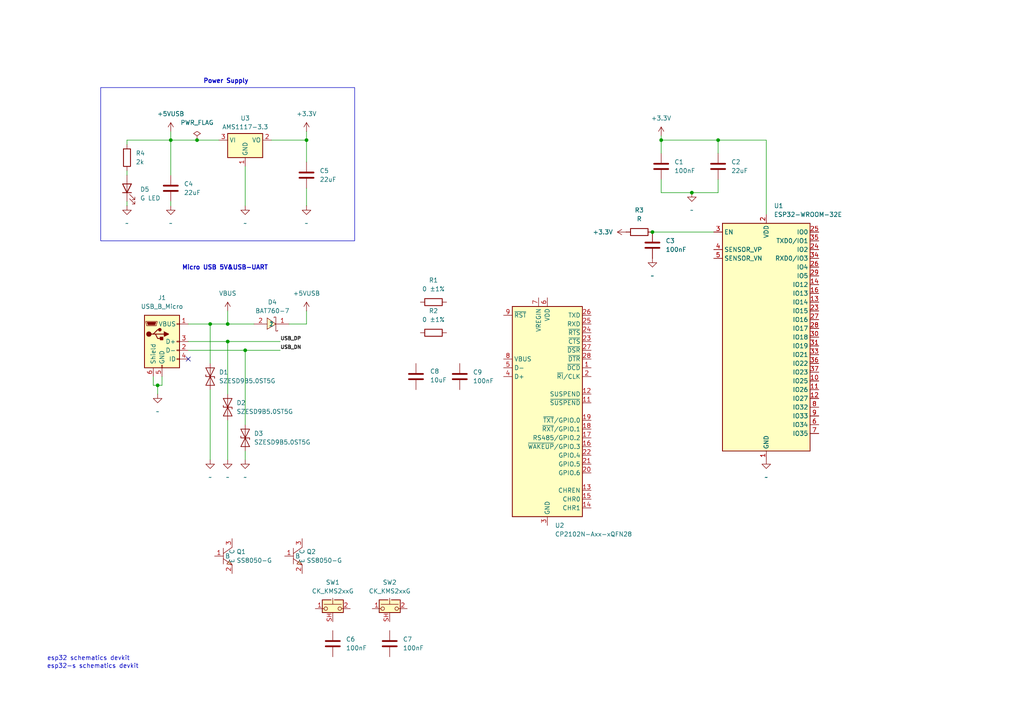
<source format=kicad_sch>
(kicad_sch
	(version 20231120)
	(generator "eeschema")
	(generator_version "8.0")
	(uuid "2b66bcde-e867-4d46-8f78-468ac8e5a941")
	(paper "A4")
	(lib_symbols
		(symbol "Connector:USB_B_Micro"
			(pin_names
				(offset 1.016)
			)
			(exclude_from_sim no)
			(in_bom yes)
			(on_board yes)
			(property "Reference" "J"
				(at -5.08 11.43 0)
				(effects
					(font
						(size 1.27 1.27)
					)
					(justify left)
				)
			)
			(property "Value" "USB_B_Micro"
				(at -5.08 8.89 0)
				(effects
					(font
						(size 1.27 1.27)
					)
					(justify left)
				)
			)
			(property "Footprint" ""
				(at 3.81 -1.27 0)
				(effects
					(font
						(size 1.27 1.27)
					)
					(hide yes)
				)
			)
			(property "Datasheet" "~"
				(at 3.81 -1.27 0)
				(effects
					(font
						(size 1.27 1.27)
					)
					(hide yes)
				)
			)
			(property "Description" "USB Micro Type B connector"
				(at 0 0 0)
				(effects
					(font
						(size 1.27 1.27)
					)
					(hide yes)
				)
			)
			(property "ki_keywords" "connector USB micro"
				(at 0 0 0)
				(effects
					(font
						(size 1.27 1.27)
					)
					(hide yes)
				)
			)
			(property "ki_fp_filters" "USB*"
				(at 0 0 0)
				(effects
					(font
						(size 1.27 1.27)
					)
					(hide yes)
				)
			)
			(symbol "USB_B_Micro_0_1"
				(rectangle
					(start -5.08 -7.62)
					(end 5.08 7.62)
					(stroke
						(width 0.254)
						(type default)
					)
					(fill
						(type background)
					)
				)
				(circle
					(center -3.81 2.159)
					(radius 0.635)
					(stroke
						(width 0.254)
						(type default)
					)
					(fill
						(type outline)
					)
				)
				(circle
					(center -0.635 3.429)
					(radius 0.381)
					(stroke
						(width 0.254)
						(type default)
					)
					(fill
						(type outline)
					)
				)
				(rectangle
					(start -0.127 -7.62)
					(end 0.127 -6.858)
					(stroke
						(width 0)
						(type default)
					)
					(fill
						(type none)
					)
				)
				(polyline
					(pts
						(xy -1.905 2.159) (xy 0.635 2.159)
					)
					(stroke
						(width 0.254)
						(type default)
					)
					(fill
						(type none)
					)
				)
				(polyline
					(pts
						(xy -3.175 2.159) (xy -2.54 2.159) (xy -1.27 3.429) (xy -0.635 3.429)
					)
					(stroke
						(width 0.254)
						(type default)
					)
					(fill
						(type none)
					)
				)
				(polyline
					(pts
						(xy -2.54 2.159) (xy -1.905 2.159) (xy -1.27 0.889) (xy 0 0.889)
					)
					(stroke
						(width 0.254)
						(type default)
					)
					(fill
						(type none)
					)
				)
				(polyline
					(pts
						(xy 0.635 2.794) (xy 0.635 1.524) (xy 1.905 2.159) (xy 0.635 2.794)
					)
					(stroke
						(width 0.254)
						(type default)
					)
					(fill
						(type outline)
					)
				)
				(polyline
					(pts
						(xy -4.318 5.588) (xy -1.778 5.588) (xy -2.032 4.826) (xy -4.064 4.826) (xy -4.318 5.588)
					)
					(stroke
						(width 0)
						(type default)
					)
					(fill
						(type outline)
					)
				)
				(polyline
					(pts
						(xy -4.699 5.842) (xy -4.699 5.588) (xy -4.445 4.826) (xy -4.445 4.572) (xy -1.651 4.572) (xy -1.651 4.826)
						(xy -1.397 5.588) (xy -1.397 5.842) (xy -4.699 5.842)
					)
					(stroke
						(width 0)
						(type default)
					)
					(fill
						(type none)
					)
				)
				(rectangle
					(start 0.254 1.27)
					(end -0.508 0.508)
					(stroke
						(width 0.254)
						(type default)
					)
					(fill
						(type outline)
					)
				)
				(rectangle
					(start 5.08 -5.207)
					(end 4.318 -4.953)
					(stroke
						(width 0)
						(type default)
					)
					(fill
						(type none)
					)
				)
				(rectangle
					(start 5.08 -2.667)
					(end 4.318 -2.413)
					(stroke
						(width 0)
						(type default)
					)
					(fill
						(type none)
					)
				)
				(rectangle
					(start 5.08 -0.127)
					(end 4.318 0.127)
					(stroke
						(width 0)
						(type default)
					)
					(fill
						(type none)
					)
				)
				(rectangle
					(start 5.08 4.953)
					(end 4.318 5.207)
					(stroke
						(width 0)
						(type default)
					)
					(fill
						(type none)
					)
				)
			)
			(symbol "USB_B_Micro_1_1"
				(pin power_out line
					(at 7.62 5.08 180)
					(length 2.54)
					(name "VBUS"
						(effects
							(font
								(size 1.27 1.27)
							)
						)
					)
					(number "1"
						(effects
							(font
								(size 1.27 1.27)
							)
						)
					)
				)
				(pin bidirectional line
					(at 7.62 -2.54 180)
					(length 2.54)
					(name "D-"
						(effects
							(font
								(size 1.27 1.27)
							)
						)
					)
					(number "2"
						(effects
							(font
								(size 1.27 1.27)
							)
						)
					)
				)
				(pin bidirectional line
					(at 7.62 0 180)
					(length 2.54)
					(name "D+"
						(effects
							(font
								(size 1.27 1.27)
							)
						)
					)
					(number "3"
						(effects
							(font
								(size 1.27 1.27)
							)
						)
					)
				)
				(pin passive line
					(at 7.62 -5.08 180)
					(length 2.54)
					(name "ID"
						(effects
							(font
								(size 1.27 1.27)
							)
						)
					)
					(number "4"
						(effects
							(font
								(size 1.27 1.27)
							)
						)
					)
				)
				(pin power_out line
					(at 0 -10.16 90)
					(length 2.54)
					(name "GND"
						(effects
							(font
								(size 1.27 1.27)
							)
						)
					)
					(number "5"
						(effects
							(font
								(size 1.27 1.27)
							)
						)
					)
				)
				(pin passive line
					(at -2.54 -10.16 90)
					(length 2.54)
					(name "Shield"
						(effects
							(font
								(size 1.27 1.27)
							)
						)
					)
					(number "6"
						(effects
							(font
								(size 1.27 1.27)
							)
						)
					)
				)
			)
		)
		(symbol "Device:C"
			(pin_numbers hide)
			(pin_names
				(offset 0.254)
			)
			(exclude_from_sim no)
			(in_bom yes)
			(on_board yes)
			(property "Reference" "C"
				(at 0.635 2.54 0)
				(effects
					(font
						(size 1.27 1.27)
					)
					(justify left)
				)
			)
			(property "Value" "C"
				(at 0.635 -2.54 0)
				(effects
					(font
						(size 1.27 1.27)
					)
					(justify left)
				)
			)
			(property "Footprint" ""
				(at 0.9652 -3.81 0)
				(effects
					(font
						(size 1.27 1.27)
					)
					(hide yes)
				)
			)
			(property "Datasheet" "~"
				(at 0 0 0)
				(effects
					(font
						(size 1.27 1.27)
					)
					(hide yes)
				)
			)
			(property "Description" "Unpolarized capacitor"
				(at 0 0 0)
				(effects
					(font
						(size 1.27 1.27)
					)
					(hide yes)
				)
			)
			(property "ki_keywords" "cap capacitor"
				(at 0 0 0)
				(effects
					(font
						(size 1.27 1.27)
					)
					(hide yes)
				)
			)
			(property "ki_fp_filters" "C_*"
				(at 0 0 0)
				(effects
					(font
						(size 1.27 1.27)
					)
					(hide yes)
				)
			)
			(symbol "C_0_1"
				(polyline
					(pts
						(xy -2.032 -0.762) (xy 2.032 -0.762)
					)
					(stroke
						(width 0.508)
						(type default)
					)
					(fill
						(type none)
					)
				)
				(polyline
					(pts
						(xy -2.032 0.762) (xy 2.032 0.762)
					)
					(stroke
						(width 0.508)
						(type default)
					)
					(fill
						(type none)
					)
				)
			)
			(symbol "C_1_1"
				(pin passive line
					(at 0 3.81 270)
					(length 2.794)
					(name "~"
						(effects
							(font
								(size 1.27 1.27)
							)
						)
					)
					(number "1"
						(effects
							(font
								(size 1.27 1.27)
							)
						)
					)
				)
				(pin passive line
					(at 0 -3.81 90)
					(length 2.794)
					(name "~"
						(effects
							(font
								(size 1.27 1.27)
							)
						)
					)
					(number "2"
						(effects
							(font
								(size 1.27 1.27)
							)
						)
					)
				)
			)
		)
		(symbol "Device:LED"
			(pin_numbers hide)
			(pin_names
				(offset 1.016) hide)
			(exclude_from_sim no)
			(in_bom yes)
			(on_board yes)
			(property "Reference" "D"
				(at 0 2.54 0)
				(effects
					(font
						(size 1.27 1.27)
					)
				)
			)
			(property "Value" "LED"
				(at 0 -2.54 0)
				(effects
					(font
						(size 1.27 1.27)
					)
				)
			)
			(property "Footprint" ""
				(at 0 0 0)
				(effects
					(font
						(size 1.27 1.27)
					)
					(hide yes)
				)
			)
			(property "Datasheet" "~"
				(at 0 0 0)
				(effects
					(font
						(size 1.27 1.27)
					)
					(hide yes)
				)
			)
			(property "Description" "Light emitting diode"
				(at 0 0 0)
				(effects
					(font
						(size 1.27 1.27)
					)
					(hide yes)
				)
			)
			(property "ki_keywords" "LED diode"
				(at 0 0 0)
				(effects
					(font
						(size 1.27 1.27)
					)
					(hide yes)
				)
			)
			(property "ki_fp_filters" "LED* LED_SMD:* LED_THT:*"
				(at 0 0 0)
				(effects
					(font
						(size 1.27 1.27)
					)
					(hide yes)
				)
			)
			(symbol "LED_0_1"
				(polyline
					(pts
						(xy -1.27 -1.27) (xy -1.27 1.27)
					)
					(stroke
						(width 0.254)
						(type default)
					)
					(fill
						(type none)
					)
				)
				(polyline
					(pts
						(xy -1.27 0) (xy 1.27 0)
					)
					(stroke
						(width 0)
						(type default)
					)
					(fill
						(type none)
					)
				)
				(polyline
					(pts
						(xy 1.27 -1.27) (xy 1.27 1.27) (xy -1.27 0) (xy 1.27 -1.27)
					)
					(stroke
						(width 0.254)
						(type default)
					)
					(fill
						(type none)
					)
				)
				(polyline
					(pts
						(xy -3.048 -0.762) (xy -4.572 -2.286) (xy -3.81 -2.286) (xy -4.572 -2.286) (xy -4.572 -1.524)
					)
					(stroke
						(width 0)
						(type default)
					)
					(fill
						(type none)
					)
				)
				(polyline
					(pts
						(xy -1.778 -0.762) (xy -3.302 -2.286) (xy -2.54 -2.286) (xy -3.302 -2.286) (xy -3.302 -1.524)
					)
					(stroke
						(width 0)
						(type default)
					)
					(fill
						(type none)
					)
				)
			)
			(symbol "LED_1_1"
				(pin passive line
					(at -3.81 0 0)
					(length 2.54)
					(name "K"
						(effects
							(font
								(size 1.27 1.27)
							)
						)
					)
					(number "1"
						(effects
							(font
								(size 1.27 1.27)
							)
						)
					)
				)
				(pin passive line
					(at 3.81 0 180)
					(length 2.54)
					(name "A"
						(effects
							(font
								(size 1.27 1.27)
							)
						)
					)
					(number "2"
						(effects
							(font
								(size 1.27 1.27)
							)
						)
					)
				)
			)
		)
		(symbol "Device:R"
			(pin_numbers hide)
			(pin_names
				(offset 0)
			)
			(exclude_from_sim no)
			(in_bom yes)
			(on_board yes)
			(property "Reference" "R"
				(at 2.032 0 90)
				(effects
					(font
						(size 1.27 1.27)
					)
				)
			)
			(property "Value" "R"
				(at 0 0 90)
				(effects
					(font
						(size 1.27 1.27)
					)
				)
			)
			(property "Footprint" ""
				(at -1.778 0 90)
				(effects
					(font
						(size 1.27 1.27)
					)
					(hide yes)
				)
			)
			(property "Datasheet" "~"
				(at 0 0 0)
				(effects
					(font
						(size 1.27 1.27)
					)
					(hide yes)
				)
			)
			(property "Description" "Resistor"
				(at 0 0 0)
				(effects
					(font
						(size 1.27 1.27)
					)
					(hide yes)
				)
			)
			(property "ki_keywords" "R res resistor"
				(at 0 0 0)
				(effects
					(font
						(size 1.27 1.27)
					)
					(hide yes)
				)
			)
			(property "ki_fp_filters" "R_*"
				(at 0 0 0)
				(effects
					(font
						(size 1.27 1.27)
					)
					(hide yes)
				)
			)
			(symbol "R_0_1"
				(rectangle
					(start -1.016 -2.54)
					(end 1.016 2.54)
					(stroke
						(width 0.254)
						(type default)
					)
					(fill
						(type none)
					)
				)
			)
			(symbol "R_1_1"
				(pin passive line
					(at 0 3.81 270)
					(length 1.27)
					(name "~"
						(effects
							(font
								(size 1.27 1.27)
							)
						)
					)
					(number "1"
						(effects
							(font
								(size 1.27 1.27)
							)
						)
					)
				)
				(pin passive line
					(at 0 -3.81 90)
					(length 1.27)
					(name "~"
						(effects
							(font
								(size 1.27 1.27)
							)
						)
					)
					(number "2"
						(effects
							(font
								(size 1.27 1.27)
							)
						)
					)
				)
			)
		)
		(symbol "Diode:SZESD9B5.0ST5G"
			(pin_numbers hide)
			(pin_names
				(offset 1.016) hide)
			(exclude_from_sim no)
			(in_bom yes)
			(on_board yes)
			(property "Reference" "D"
				(at 0 2.54 0)
				(effects
					(font
						(size 1.27 1.27)
					)
				)
			)
			(property "Value" "SZESD9B5.0ST5G"
				(at 0 -2.54 0)
				(effects
					(font
						(size 1.27 1.27)
					)
				)
			)
			(property "Footprint" "Diode_SMD:D_SOD-923"
				(at 0 0 0)
				(effects
					(font
						(size 1.27 1.27)
					)
					(hide yes)
				)
			)
			(property "Datasheet" "https://www.onsemi.com/pub/Collateral/ESD9B-D.PDF"
				(at 0 0 0)
				(effects
					(font
						(size 1.27 1.27)
					)
					(hide yes)
				)
			)
			(property "Description" "ESD protection diode, 5.0Vrwm, SOD-923"
				(at 0 0 0)
				(effects
					(font
						(size 1.27 1.27)
					)
					(hide yes)
				)
			)
			(property "ki_keywords" "diode TVS ESD"
				(at 0 0 0)
				(effects
					(font
						(size 1.27 1.27)
					)
					(hide yes)
				)
			)
			(property "ki_fp_filters" "D*SOD?923*"
				(at 0 0 0)
				(effects
					(font
						(size 1.27 1.27)
					)
					(hide yes)
				)
			)
			(symbol "SZESD9B5.0ST5G_0_1"
				(polyline
					(pts
						(xy 1.27 0) (xy -1.27 0)
					)
					(stroke
						(width 0)
						(type default)
					)
					(fill
						(type none)
					)
				)
				(polyline
					(pts
						(xy -2.54 -1.27) (xy 0 0) (xy -2.54 1.27) (xy -2.54 -1.27)
					)
					(stroke
						(width 0.2032)
						(type default)
					)
					(fill
						(type none)
					)
				)
				(polyline
					(pts
						(xy 0.508 1.27) (xy 0 1.27) (xy 0 -1.27) (xy -0.508 -1.27)
					)
					(stroke
						(width 0.2032)
						(type default)
					)
					(fill
						(type none)
					)
				)
				(polyline
					(pts
						(xy 2.54 1.27) (xy 2.54 -1.27) (xy 0 0) (xy 2.54 1.27)
					)
					(stroke
						(width 0.2032)
						(type default)
					)
					(fill
						(type none)
					)
				)
			)
			(symbol "SZESD9B5.0ST5G_1_1"
				(pin passive line
					(at -3.81 0 0)
					(length 2.54)
					(name "A1"
						(effects
							(font
								(size 1.27 1.27)
							)
						)
					)
					(number "1"
						(effects
							(font
								(size 1.27 1.27)
							)
						)
					)
				)
				(pin passive line
					(at 3.81 0 180)
					(length 2.54)
					(name "A2"
						(effects
							(font
								(size 1.27 1.27)
							)
						)
					)
					(number "2"
						(effects
							(font
								(size 1.27 1.27)
							)
						)
					)
				)
			)
		)
		(symbol "Interface_USB:CP2102N-Axx-xQFN28"
			(exclude_from_sim no)
			(in_bom yes)
			(on_board yes)
			(property "Reference" "U"
				(at -8.89 31.75 0)
				(effects
					(font
						(size 1.27 1.27)
					)
				)
			)
			(property "Value" "CP2102N-Axx-xQFN28"
				(at 12.7 31.75 0)
				(effects
					(font
						(size 1.27 1.27)
					)
				)
			)
			(property "Footprint" "Package_DFN_QFN:QFN-28-1EP_5x5mm_P0.5mm_EP3.35x3.35mm"
				(at 33.02 -31.75 0)
				(effects
					(font
						(size 1.27 1.27)
					)
					(hide yes)
				)
			)
			(property "Datasheet" "https://www.silabs.com/documents/public/data-sheets/cp2102n-datasheet.pdf"
				(at 1.27 -19.05 0)
				(effects
					(font
						(size 1.27 1.27)
					)
					(hide yes)
				)
			)
			(property "Description" "USB to UART master bridge, QFN-28"
				(at 0 0 0)
				(effects
					(font
						(size 1.27 1.27)
					)
					(hide yes)
				)
			)
			(property "ki_keywords" "USB UART bridge"
				(at 0 0 0)
				(effects
					(font
						(size 1.27 1.27)
					)
					(hide yes)
				)
			)
			(property "ki_fp_filters" "QFN*1EP*5x5mm*P0.5mm*"
				(at 0 0 0)
				(effects
					(font
						(size 1.27 1.27)
					)
					(hide yes)
				)
			)
			(symbol "CP2102N-Axx-xQFN28_0_1"
				(rectangle
					(start -10.16 30.48)
					(end 10.16 -30.48)
					(stroke
						(width 0.254)
						(type default)
					)
					(fill
						(type background)
					)
				)
			)
			(symbol "CP2102N-Axx-xQFN28_1_1"
				(pin input line
					(at 12.7 12.7 180)
					(length 2.54)
					(name "~{DCD}"
						(effects
							(font
								(size 1.27 1.27)
							)
						)
					)
					(number "1"
						(effects
							(font
								(size 1.27 1.27)
							)
						)
					)
				)
				(pin no_connect line
					(at -10.16 -27.94 0)
					(length 2.54) hide
					(name "NC"
						(effects
							(font
								(size 1.27 1.27)
							)
						)
					)
					(number "10"
						(effects
							(font
								(size 1.27 1.27)
							)
						)
					)
				)
				(pin output line
					(at 12.7 2.54 180)
					(length 2.54)
					(name "~{SUSPEND}"
						(effects
							(font
								(size 1.27 1.27)
							)
						)
					)
					(number "11"
						(effects
							(font
								(size 1.27 1.27)
							)
						)
					)
				)
				(pin output line
					(at 12.7 5.08 180)
					(length 2.54)
					(name "SUSPEND"
						(effects
							(font
								(size 1.27 1.27)
							)
						)
					)
					(number "12"
						(effects
							(font
								(size 1.27 1.27)
							)
						)
					)
				)
				(pin output line
					(at 12.7 -22.86 180)
					(length 2.54)
					(name "CHREN"
						(effects
							(font
								(size 1.27 1.27)
							)
						)
					)
					(number "13"
						(effects
							(font
								(size 1.27 1.27)
							)
						)
					)
				)
				(pin output line
					(at 12.7 -27.94 180)
					(length 2.54)
					(name "CHR1"
						(effects
							(font
								(size 1.27 1.27)
							)
						)
					)
					(number "14"
						(effects
							(font
								(size 1.27 1.27)
							)
						)
					)
				)
				(pin output line
					(at 12.7 -25.4 180)
					(length 2.54)
					(name "CHR0"
						(effects
							(font
								(size 1.27 1.27)
							)
						)
					)
					(number "15"
						(effects
							(font
								(size 1.27 1.27)
							)
						)
					)
				)
				(pin bidirectional line
					(at 12.7 -10.16 180)
					(length 2.54)
					(name "~{WAKEUP}/GPIO.3"
						(effects
							(font
								(size 1.27 1.27)
							)
						)
					)
					(number "16"
						(effects
							(font
								(size 1.27 1.27)
							)
						)
					)
				)
				(pin bidirectional line
					(at 12.7 -7.62 180)
					(length 2.54)
					(name "RS485/GPIO.2"
						(effects
							(font
								(size 1.27 1.27)
							)
						)
					)
					(number "17"
						(effects
							(font
								(size 1.27 1.27)
							)
						)
					)
				)
				(pin bidirectional line
					(at 12.7 -5.08 180)
					(length 2.54)
					(name "~{RXT}/GPIO.1"
						(effects
							(font
								(size 1.27 1.27)
							)
						)
					)
					(number "18"
						(effects
							(font
								(size 1.27 1.27)
							)
						)
					)
				)
				(pin bidirectional line
					(at 12.7 -2.54 180)
					(length 2.54)
					(name "~{TXT}/GPIO.0"
						(effects
							(font
								(size 1.27 1.27)
							)
						)
					)
					(number "19"
						(effects
							(font
								(size 1.27 1.27)
							)
						)
					)
				)
				(pin bidirectional line
					(at 12.7 10.16 180)
					(length 2.54)
					(name "~{RI}/CLK"
						(effects
							(font
								(size 1.27 1.27)
							)
						)
					)
					(number "2"
						(effects
							(font
								(size 1.27 1.27)
							)
						)
					)
				)
				(pin bidirectional line
					(at 12.7 -17.78 180)
					(length 2.54)
					(name "GPIO.6"
						(effects
							(font
								(size 1.27 1.27)
							)
						)
					)
					(number "20"
						(effects
							(font
								(size 1.27 1.27)
							)
						)
					)
				)
				(pin bidirectional line
					(at 12.7 -15.24 180)
					(length 2.54)
					(name "GPIO.5"
						(effects
							(font
								(size 1.27 1.27)
							)
						)
					)
					(number "21"
						(effects
							(font
								(size 1.27 1.27)
							)
						)
					)
				)
				(pin bidirectional line
					(at 12.7 -12.7 180)
					(length 2.54)
					(name "GPIO.4"
						(effects
							(font
								(size 1.27 1.27)
							)
						)
					)
					(number "22"
						(effects
							(font
								(size 1.27 1.27)
							)
						)
					)
				)
				(pin input line
					(at 12.7 20.32 180)
					(length 2.54)
					(name "~{CTS}"
						(effects
							(font
								(size 1.27 1.27)
							)
						)
					)
					(number "23"
						(effects
							(font
								(size 1.27 1.27)
							)
						)
					)
				)
				(pin output line
					(at 12.7 22.86 180)
					(length 2.54)
					(name "~{RTS}"
						(effects
							(font
								(size 1.27 1.27)
							)
						)
					)
					(number "24"
						(effects
							(font
								(size 1.27 1.27)
							)
						)
					)
				)
				(pin input line
					(at 12.7 25.4 180)
					(length 2.54)
					(name "RXD"
						(effects
							(font
								(size 1.27 1.27)
							)
						)
					)
					(number "25"
						(effects
							(font
								(size 1.27 1.27)
							)
						)
					)
				)
				(pin output line
					(at 12.7 27.94 180)
					(length 2.54)
					(name "TXD"
						(effects
							(font
								(size 1.27 1.27)
							)
						)
					)
					(number "26"
						(effects
							(font
								(size 1.27 1.27)
							)
						)
					)
				)
				(pin input line
					(at 12.7 17.78 180)
					(length 2.54)
					(name "~{DSR}"
						(effects
							(font
								(size 1.27 1.27)
							)
						)
					)
					(number "27"
						(effects
							(font
								(size 1.27 1.27)
							)
						)
					)
				)
				(pin output line
					(at 12.7 15.24 180)
					(length 2.54)
					(name "~{DTR}"
						(effects
							(font
								(size 1.27 1.27)
							)
						)
					)
					(number "28"
						(effects
							(font
								(size 1.27 1.27)
							)
						)
					)
				)
				(pin passive line
					(at 0 -33.02 90)
					(length 2.54) hide
					(name "GND"
						(effects
							(font
								(size 1.27 1.27)
							)
						)
					)
					(number "29"
						(effects
							(font
								(size 1.27 1.27)
							)
						)
					)
				)
				(pin power_in line
					(at 0 -33.02 90)
					(length 2.54)
					(name "GND"
						(effects
							(font
								(size 1.27 1.27)
							)
						)
					)
					(number "3"
						(effects
							(font
								(size 1.27 1.27)
							)
						)
					)
				)
				(pin bidirectional line
					(at -12.7 10.16 0)
					(length 2.54)
					(name "D+"
						(effects
							(font
								(size 1.27 1.27)
							)
						)
					)
					(number "4"
						(effects
							(font
								(size 1.27 1.27)
							)
						)
					)
				)
				(pin bidirectional line
					(at -12.7 12.7 0)
					(length 2.54)
					(name "D-"
						(effects
							(font
								(size 1.27 1.27)
							)
						)
					)
					(number "5"
						(effects
							(font
								(size 1.27 1.27)
							)
						)
					)
				)
				(pin power_in line
					(at 0 33.02 270)
					(length 2.54)
					(name "VDD"
						(effects
							(font
								(size 1.27 1.27)
							)
						)
					)
					(number "6"
						(effects
							(font
								(size 1.27 1.27)
							)
						)
					)
				)
				(pin power_in line
					(at -2.54 33.02 270)
					(length 2.54)
					(name "VREGIN"
						(effects
							(font
								(size 1.27 1.27)
							)
						)
					)
					(number "7"
						(effects
							(font
								(size 1.27 1.27)
							)
						)
					)
				)
				(pin input line
					(at -12.7 15.24 0)
					(length 2.54)
					(name "VBUS"
						(effects
							(font
								(size 1.27 1.27)
							)
						)
					)
					(number "8"
						(effects
							(font
								(size 1.27 1.27)
							)
						)
					)
				)
				(pin input line
					(at -12.7 27.94 0)
					(length 2.54)
					(name "~{RST}"
						(effects
							(font
								(size 1.27 1.27)
							)
						)
					)
					(number "9"
						(effects
							(font
								(size 1.27 1.27)
							)
						)
					)
				)
			)
		)
		(symbol "RF_Module:ESP32-WROOM-32E"
			(exclude_from_sim no)
			(in_bom yes)
			(on_board yes)
			(property "Reference" "U"
				(at -12.7 34.29 0)
				(effects
					(font
						(size 1.27 1.27)
					)
					(justify left)
				)
			)
			(property "Value" "ESP32-WROOM-32E"
				(at 1.27 34.29 0)
				(effects
					(font
						(size 1.27 1.27)
					)
					(justify left)
				)
			)
			(property "Footprint" "RF_Module:ESP32-WROOM-32D"
				(at 16.51 -34.29 0)
				(effects
					(font
						(size 1.27 1.27)
					)
					(hide yes)
				)
			)
			(property "Datasheet" "https://www.espressif.com/sites/default/files/documentation/esp32-wroom-32e_esp32-wroom-32ue_datasheet_en.pdf"
				(at 0 0 0)
				(effects
					(font
						(size 1.27 1.27)
					)
					(hide yes)
				)
			)
			(property "Description" "RF Module, ESP32-D0WD-V3 SoC, without PSRAM, Wi-Fi 802.11b/g/n, Bluetooth, BLE, 32-bit, 2.7-3.6V, onboard antenna, SMD"
				(at 0 0 0)
				(effects
					(font
						(size 1.27 1.27)
					)
					(hide yes)
				)
			)
			(property "ki_keywords" "RF Radio BT ESP ESP32 Espressif onboard PCB antenna"
				(at 0 0 0)
				(effects
					(font
						(size 1.27 1.27)
					)
					(hide yes)
				)
			)
			(property "ki_fp_filters" "ESP32?WROOM?32D*"
				(at 0 0 0)
				(effects
					(font
						(size 1.27 1.27)
					)
					(hide yes)
				)
			)
			(symbol "ESP32-WROOM-32E_0_1"
				(rectangle
					(start -12.7 33.02)
					(end 12.7 -33.02)
					(stroke
						(width 0.254)
						(type default)
					)
					(fill
						(type background)
					)
				)
			)
			(symbol "ESP32-WROOM-32E_1_1"
				(pin power_in line
					(at 0 -35.56 90)
					(length 2.54)
					(name "GND"
						(effects
							(font
								(size 1.27 1.27)
							)
						)
					)
					(number "1"
						(effects
							(font
								(size 1.27 1.27)
							)
						)
					)
				)
				(pin bidirectional line
					(at 15.24 -12.7 180)
					(length 2.54)
					(name "IO25"
						(effects
							(font
								(size 1.27 1.27)
							)
						)
					)
					(number "10"
						(effects
							(font
								(size 1.27 1.27)
							)
						)
					)
				)
				(pin bidirectional line
					(at 15.24 -15.24 180)
					(length 2.54)
					(name "IO26"
						(effects
							(font
								(size 1.27 1.27)
							)
						)
					)
					(number "11"
						(effects
							(font
								(size 1.27 1.27)
							)
						)
					)
				)
				(pin bidirectional line
					(at 15.24 -17.78 180)
					(length 2.54)
					(name "IO27"
						(effects
							(font
								(size 1.27 1.27)
							)
						)
					)
					(number "12"
						(effects
							(font
								(size 1.27 1.27)
							)
						)
					)
				)
				(pin bidirectional line
					(at 15.24 10.16 180)
					(length 2.54)
					(name "IO14"
						(effects
							(font
								(size 1.27 1.27)
							)
						)
					)
					(number "13"
						(effects
							(font
								(size 1.27 1.27)
							)
						)
					)
				)
				(pin bidirectional line
					(at 15.24 15.24 180)
					(length 2.54)
					(name "IO12"
						(effects
							(font
								(size 1.27 1.27)
							)
						)
					)
					(number "14"
						(effects
							(font
								(size 1.27 1.27)
							)
						)
					)
				)
				(pin passive line
					(at 0 -35.56 90)
					(length 2.54) hide
					(name "GND"
						(effects
							(font
								(size 1.27 1.27)
							)
						)
					)
					(number "15"
						(effects
							(font
								(size 1.27 1.27)
							)
						)
					)
				)
				(pin bidirectional line
					(at 15.24 12.7 180)
					(length 2.54)
					(name "IO13"
						(effects
							(font
								(size 1.27 1.27)
							)
						)
					)
					(number "16"
						(effects
							(font
								(size 1.27 1.27)
							)
						)
					)
				)
				(pin no_connect line
					(at -12.7 -5.08 0)
					(length 2.54) hide
					(name "NC"
						(effects
							(font
								(size 1.27 1.27)
							)
						)
					)
					(number "17"
						(effects
							(font
								(size 1.27 1.27)
							)
						)
					)
				)
				(pin no_connect line
					(at -12.7 -7.62 0)
					(length 2.54) hide
					(name "NC"
						(effects
							(font
								(size 1.27 1.27)
							)
						)
					)
					(number "18"
						(effects
							(font
								(size 1.27 1.27)
							)
						)
					)
				)
				(pin no_connect line
					(at -12.7 -12.7 0)
					(length 2.54) hide
					(name "NC"
						(effects
							(font
								(size 1.27 1.27)
							)
						)
					)
					(number "19"
						(effects
							(font
								(size 1.27 1.27)
							)
						)
					)
				)
				(pin power_in line
					(at 0 35.56 270)
					(length 2.54)
					(name "VDD"
						(effects
							(font
								(size 1.27 1.27)
							)
						)
					)
					(number "2"
						(effects
							(font
								(size 1.27 1.27)
							)
						)
					)
				)
				(pin no_connect line
					(at -12.7 -10.16 0)
					(length 2.54) hide
					(name "NC"
						(effects
							(font
								(size 1.27 1.27)
							)
						)
					)
					(number "20"
						(effects
							(font
								(size 1.27 1.27)
							)
						)
					)
				)
				(pin no_connect line
					(at -12.7 0 0)
					(length 2.54) hide
					(name "NC"
						(effects
							(font
								(size 1.27 1.27)
							)
						)
					)
					(number "21"
						(effects
							(font
								(size 1.27 1.27)
							)
						)
					)
				)
				(pin no_connect line
					(at -12.7 -2.54 0)
					(length 2.54) hide
					(name "NC"
						(effects
							(font
								(size 1.27 1.27)
							)
						)
					)
					(number "22"
						(effects
							(font
								(size 1.27 1.27)
							)
						)
					)
				)
				(pin bidirectional line
					(at 15.24 7.62 180)
					(length 2.54)
					(name "IO15"
						(effects
							(font
								(size 1.27 1.27)
							)
						)
					)
					(number "23"
						(effects
							(font
								(size 1.27 1.27)
							)
						)
					)
				)
				(pin bidirectional line
					(at 15.24 25.4 180)
					(length 2.54)
					(name "IO2"
						(effects
							(font
								(size 1.27 1.27)
							)
						)
					)
					(number "24"
						(effects
							(font
								(size 1.27 1.27)
							)
						)
					)
				)
				(pin bidirectional line
					(at 15.24 30.48 180)
					(length 2.54)
					(name "IO0"
						(effects
							(font
								(size 1.27 1.27)
							)
						)
					)
					(number "25"
						(effects
							(font
								(size 1.27 1.27)
							)
						)
					)
				)
				(pin bidirectional line
					(at 15.24 20.32 180)
					(length 2.54)
					(name "IO4"
						(effects
							(font
								(size 1.27 1.27)
							)
						)
					)
					(number "26"
						(effects
							(font
								(size 1.27 1.27)
							)
						)
					)
				)
				(pin bidirectional line
					(at 15.24 5.08 180)
					(length 2.54)
					(name "IO16"
						(effects
							(font
								(size 1.27 1.27)
							)
						)
					)
					(number "27"
						(effects
							(font
								(size 1.27 1.27)
							)
						)
					)
				)
				(pin bidirectional line
					(at 15.24 2.54 180)
					(length 2.54)
					(name "IO17"
						(effects
							(font
								(size 1.27 1.27)
							)
						)
					)
					(number "28"
						(effects
							(font
								(size 1.27 1.27)
							)
						)
					)
				)
				(pin bidirectional line
					(at 15.24 17.78 180)
					(length 2.54)
					(name "IO5"
						(effects
							(font
								(size 1.27 1.27)
							)
						)
					)
					(number "29"
						(effects
							(font
								(size 1.27 1.27)
							)
						)
					)
				)
				(pin input line
					(at -15.24 30.48 0)
					(length 2.54)
					(name "EN"
						(effects
							(font
								(size 1.27 1.27)
							)
						)
					)
					(number "3"
						(effects
							(font
								(size 1.27 1.27)
							)
						)
					)
				)
				(pin bidirectional line
					(at 15.24 0 180)
					(length 2.54)
					(name "IO18"
						(effects
							(font
								(size 1.27 1.27)
							)
						)
					)
					(number "30"
						(effects
							(font
								(size 1.27 1.27)
							)
						)
					)
				)
				(pin bidirectional line
					(at 15.24 -2.54 180)
					(length 2.54)
					(name "IO19"
						(effects
							(font
								(size 1.27 1.27)
							)
						)
					)
					(number "31"
						(effects
							(font
								(size 1.27 1.27)
							)
						)
					)
				)
				(pin no_connect line
					(at -12.7 -27.94 0)
					(length 2.54) hide
					(name "NC"
						(effects
							(font
								(size 1.27 1.27)
							)
						)
					)
					(number "32"
						(effects
							(font
								(size 1.27 1.27)
							)
						)
					)
				)
				(pin bidirectional line
					(at 15.24 -5.08 180)
					(length 2.54)
					(name "IO21"
						(effects
							(font
								(size 1.27 1.27)
							)
						)
					)
					(number "33"
						(effects
							(font
								(size 1.27 1.27)
							)
						)
					)
				)
				(pin bidirectional line
					(at 15.24 22.86 180)
					(length 2.54)
					(name "RXD0/IO3"
						(effects
							(font
								(size 1.27 1.27)
							)
						)
					)
					(number "34"
						(effects
							(font
								(size 1.27 1.27)
							)
						)
					)
				)
				(pin bidirectional line
					(at 15.24 27.94 180)
					(length 2.54)
					(name "TXD0/IO1"
						(effects
							(font
								(size 1.27 1.27)
							)
						)
					)
					(number "35"
						(effects
							(font
								(size 1.27 1.27)
							)
						)
					)
				)
				(pin bidirectional line
					(at 15.24 -7.62 180)
					(length 2.54)
					(name "IO22"
						(effects
							(font
								(size 1.27 1.27)
							)
						)
					)
					(number "36"
						(effects
							(font
								(size 1.27 1.27)
							)
						)
					)
				)
				(pin bidirectional line
					(at 15.24 -10.16 180)
					(length 2.54)
					(name "IO23"
						(effects
							(font
								(size 1.27 1.27)
							)
						)
					)
					(number "37"
						(effects
							(font
								(size 1.27 1.27)
							)
						)
					)
				)
				(pin passive line
					(at 0 -35.56 90)
					(length 2.54) hide
					(name "GND"
						(effects
							(font
								(size 1.27 1.27)
							)
						)
					)
					(number "38"
						(effects
							(font
								(size 1.27 1.27)
							)
						)
					)
				)
				(pin passive line
					(at 0 -35.56 90)
					(length 2.54) hide
					(name "GND"
						(effects
							(font
								(size 1.27 1.27)
							)
						)
					)
					(number "39"
						(effects
							(font
								(size 1.27 1.27)
							)
						)
					)
				)
				(pin input line
					(at -15.24 25.4 0)
					(length 2.54)
					(name "SENSOR_VP"
						(effects
							(font
								(size 1.27 1.27)
							)
						)
					)
					(number "4"
						(effects
							(font
								(size 1.27 1.27)
							)
						)
					)
				)
				(pin input line
					(at -15.24 22.86 0)
					(length 2.54)
					(name "SENSOR_VN"
						(effects
							(font
								(size 1.27 1.27)
							)
						)
					)
					(number "5"
						(effects
							(font
								(size 1.27 1.27)
							)
						)
					)
				)
				(pin input line
					(at 15.24 -25.4 180)
					(length 2.54)
					(name "IO34"
						(effects
							(font
								(size 1.27 1.27)
							)
						)
					)
					(number "6"
						(effects
							(font
								(size 1.27 1.27)
							)
						)
					)
				)
				(pin input line
					(at 15.24 -27.94 180)
					(length 2.54)
					(name "IO35"
						(effects
							(font
								(size 1.27 1.27)
							)
						)
					)
					(number "7"
						(effects
							(font
								(size 1.27 1.27)
							)
						)
					)
				)
				(pin bidirectional line
					(at 15.24 -20.32 180)
					(length 2.54)
					(name "IO32"
						(effects
							(font
								(size 1.27 1.27)
							)
						)
					)
					(number "8"
						(effects
							(font
								(size 1.27 1.27)
							)
						)
					)
				)
				(pin bidirectional line
					(at 15.24 -22.86 180)
					(length 2.54)
					(name "IO33"
						(effects
							(font
								(size 1.27 1.27)
							)
						)
					)
					(number "9"
						(effects
							(font
								(size 1.27 1.27)
							)
						)
					)
				)
			)
		)
		(symbol "Regulator_Linear:AMS1117-3.3"
			(exclude_from_sim no)
			(in_bom yes)
			(on_board yes)
			(property "Reference" "U"
				(at -3.81 3.175 0)
				(effects
					(font
						(size 1.27 1.27)
					)
				)
			)
			(property "Value" "AMS1117-3.3"
				(at 0 3.175 0)
				(effects
					(font
						(size 1.27 1.27)
					)
					(justify left)
				)
			)
			(property "Footprint" "Package_TO_SOT_SMD:SOT-223-3_TabPin2"
				(at 0 5.08 0)
				(effects
					(font
						(size 1.27 1.27)
					)
					(hide yes)
				)
			)
			(property "Datasheet" "http://www.advanced-monolithic.com/pdf/ds1117.pdf"
				(at 2.54 -6.35 0)
				(effects
					(font
						(size 1.27 1.27)
					)
					(hide yes)
				)
			)
			(property "Description" "1A Low Dropout regulator, positive, 3.3V fixed output, SOT-223"
				(at 0 0 0)
				(effects
					(font
						(size 1.27 1.27)
					)
					(hide yes)
				)
			)
			(property "ki_keywords" "linear regulator ldo fixed positive"
				(at 0 0 0)
				(effects
					(font
						(size 1.27 1.27)
					)
					(hide yes)
				)
			)
			(property "ki_fp_filters" "SOT?223*TabPin2*"
				(at 0 0 0)
				(effects
					(font
						(size 1.27 1.27)
					)
					(hide yes)
				)
			)
			(symbol "AMS1117-3.3_0_1"
				(rectangle
					(start -5.08 -5.08)
					(end 5.08 1.905)
					(stroke
						(width 0.254)
						(type default)
					)
					(fill
						(type background)
					)
				)
			)
			(symbol "AMS1117-3.3_1_1"
				(pin power_in line
					(at 0 -7.62 90)
					(length 2.54)
					(name "GND"
						(effects
							(font
								(size 1.27 1.27)
							)
						)
					)
					(number "1"
						(effects
							(font
								(size 1.27 1.27)
							)
						)
					)
				)
				(pin power_out line
					(at 7.62 0 180)
					(length 2.54)
					(name "VO"
						(effects
							(font
								(size 1.27 1.27)
							)
						)
					)
					(number "2"
						(effects
							(font
								(size 1.27 1.27)
							)
						)
					)
				)
				(pin power_in line
					(at -7.62 0 0)
					(length 2.54)
					(name "VI"
						(effects
							(font
								(size 1.27 1.27)
							)
						)
					)
					(number "3"
						(effects
							(font
								(size 1.27 1.27)
							)
						)
					)
				)
			)
		)
		(symbol "Switch:CK_KMS2xxG"
			(pin_names
				(offset 1.016) hide)
			(exclude_from_sim no)
			(in_bom yes)
			(on_board yes)
			(property "Reference" "SW"
				(at 4.318 2.032 0)
				(effects
					(font
						(size 1.27 1.27)
					)
					(justify left)
				)
			)
			(property "Value" "CK_KMS2xxG"
				(at 0 4.572 0)
				(effects
					(font
						(size 1.27 1.27)
					)
				)
			)
			(property "Footprint" "Button_Switch_SMD:SW_SPST_CK_KMS2xxGP"
				(at 0 5.08 0)
				(effects
					(font
						(size 1.27 1.27)
					)
					(hide yes)
				)
			)
			(property "Datasheet" "https://www.ckswitches.com/media/1482/kms.pdf"
				(at 0 5.08 0)
				(effects
					(font
						(size 1.27 1.27)
					)
					(hide yes)
				)
			)
			(property "Description" "Microminiature SMT Side Actuated, 4.2 x 2.8 x 1.42mm, without pegs, with shield pin"
				(at 0 0 0)
				(effects
					(font
						(size 1.27 1.27)
					)
					(hide yes)
				)
			)
			(property "ki_keywords" "switch normally-open pushbutton push-button"
				(at 0 0 0)
				(effects
					(font
						(size 1.27 1.27)
					)
					(hide yes)
				)
			)
			(property "ki_fp_filters" "*SW*KMS2*G*"
				(at 0 0 0)
				(effects
					(font
						(size 1.27 1.27)
					)
					(hide yes)
				)
			)
			(symbol "CK_KMS2xxG_0_1"
				(circle
					(center -2.032 0)
					(radius 0.508)
					(stroke
						(width 0)
						(type default)
					)
					(fill
						(type none)
					)
				)
				(polyline
					(pts
						(xy 0 1.27) (xy 0 3.048)
					)
					(stroke
						(width 0)
						(type default)
					)
					(fill
						(type none)
					)
				)
				(polyline
					(pts
						(xy 2.54 1.27) (xy -2.54 1.27)
					)
					(stroke
						(width 0)
						(type default)
					)
					(fill
						(type none)
					)
				)
				(polyline
					(pts
						(xy 0.508 2.54) (xy 3.048 2.54) (xy 3.048 -1.143) (xy -3.048 -1.143) (xy -3.048 2.54) (xy -0.508 2.54)
					)
					(stroke
						(width -0.0254)
						(type default)
					)
					(fill
						(type none)
					)
				)
				(polyline
					(pts
						(xy 0.508 2.54) (xy 3.048 2.54) (xy 3.048 -1.143) (xy -3.048 -1.143) (xy -3.048 2.54) (xy -0.508 2.54)
					)
					(stroke
						(width 0.254)
						(type default)
					)
					(fill
						(type none)
					)
				)
				(circle
					(center 2.032 0)
					(radius 0.508)
					(stroke
						(width 0)
						(type default)
					)
					(fill
						(type none)
					)
				)
				(pin passive line
					(at -5.08 0 0)
					(length 2.54)
					(name "1"
						(effects
							(font
								(size 1.27 1.27)
							)
						)
					)
					(number "1"
						(effects
							(font
								(size 1.27 1.27)
							)
						)
					)
				)
				(pin passive line
					(at 5.08 0 180)
					(length 2.54)
					(name "2"
						(effects
							(font
								(size 1.27 1.27)
							)
						)
					)
					(number "2"
						(effects
							(font
								(size 1.27 1.27)
							)
						)
					)
				)
			)
			(symbol "CK_KMS2xxG_1_1"
				(rectangle
					(start -3.048 2.54)
					(end 3.048 -1.27)
					(stroke
						(width -0.0254)
						(type default)
					)
					(fill
						(type background)
					)
				)
				(pin passive line
					(at 0 -3.81 90)
					(length 2.54)
					(name "B"
						(effects
							(font
								(size 1.27 1.27)
							)
						)
					)
					(number "SH"
						(effects
							(font
								(size 1.27 1.27)
							)
						)
					)
				)
			)
		)
		(symbol "easyeda2kicad:BAT760-7"
			(exclude_from_sim no)
			(in_bom yes)
			(on_board yes)
			(property "Reference" "D"
				(at 0 5.08 0)
				(effects
					(font
						(size 1.27 1.27)
					)
				)
			)
			(property "Value" "BAT760-7"
				(at 0 -5.08 0)
				(effects
					(font
						(size 1.27 1.27)
					)
				)
			)
			(property "Footprint" "easyeda2kicad:SOD-323_L1.8-W1.3-LS2.5-RD"
				(at 0 -7.62 0)
				(effects
					(font
						(size 1.27 1.27)
					)
					(hide yes)
				)
			)
			(property "Datasheet" "https://lcsc.com/product-detail/Schottky-Barrier-Diodes-SBD_DIODES_BAT760-7_BAT760-7_C124187.html"
				(at 0 -10.16 0)
				(effects
					(font
						(size 1.27 1.27)
					)
					(hide yes)
				)
			)
			(property "Description" ""
				(at 0 0 0)
				(effects
					(font
						(size 1.27 1.27)
					)
					(hide yes)
				)
			)
			(property "LCSC Part" "C124187"
				(at 0 -12.7 0)
				(effects
					(font
						(size 1.27 1.27)
					)
					(hide yes)
				)
			)
			(symbol "BAT760-7_0_1"
				(polyline
					(pts
						(xy 1.27 1.52) (xy -1.27 0) (xy 1.27 -1.78) (xy 1.27 1.52)
					)
					(stroke
						(width 0)
						(type default)
					)
					(fill
						(type background)
					)
				)
				(polyline
					(pts
						(xy -1.78 1.78) (xy -1.78 2.03) (xy -1.27 2.03) (xy -1.27 -2.03) (xy -0.76 -2.03) (xy -0.76 -1.78)
					)
					(stroke
						(width 0)
						(type default)
					)
					(fill
						(type none)
					)
				)
				(pin unspecified line
					(at -5.08 0 0)
					(length 3.81)
					(name "1"
						(effects
							(font
								(size 1.27 1.27)
							)
						)
					)
					(number "1"
						(effects
							(font
								(size 1.27 1.27)
							)
						)
					)
				)
				(pin unspecified line
					(at 5.08 0 180)
					(length 3.81)
					(name "2"
						(effects
							(font
								(size 1.27 1.27)
							)
						)
					)
					(number "2"
						(effects
							(font
								(size 1.27 1.27)
							)
						)
					)
				)
			)
		)
		(symbol "easyeda2kicad:SS8050-G"
			(exclude_from_sim no)
			(in_bom yes)
			(on_board yes)
			(property "Reference" "Q"
				(at 0 10.16 0)
				(effects
					(font
						(size 1.27 1.27)
					)
				)
			)
			(property "Value" "SS8050-G"
				(at 0 -10.16 0)
				(effects
					(font
						(size 1.27 1.27)
					)
				)
			)
			(property "Footprint" "easyeda2kicad:SOT-23-3_L2.9-W1.3-P1.90-LS2.4-BR"
				(at 0 -12.7 0)
				(effects
					(font
						(size 1.27 1.27)
					)
					(hide yes)
				)
			)
			(property "Datasheet" "https://lcsc.com/product-detail/Transistors-NPN-PNP_SS8050-L-120-200_C164886.html"
				(at 0 -15.24 0)
				(effects
					(font
						(size 1.27 1.27)
					)
					(hide yes)
				)
			)
			(property "Description" ""
				(at 0 0 0)
				(effects
					(font
						(size 1.27 1.27)
					)
					(hide yes)
				)
			)
			(property "LCSC Part" "C164886"
				(at 0 -17.78 0)
				(effects
					(font
						(size 1.27 1.27)
					)
					(hide yes)
				)
			)
			(symbol "SS8050-G_0_1"
				(polyline
					(pts
						(xy 0 -0.76) (xy 2.54 -2.54)
					)
					(stroke
						(width 0)
						(type default)
					)
					(fill
						(type none)
					)
				)
				(polyline
					(pts
						(xy 0 2.29) (xy 0 -2.29)
					)
					(stroke
						(width 0)
						(type default)
					)
					(fill
						(type none)
					)
				)
				(polyline
					(pts
						(xy 2.54 2.54) (xy 0 0.76)
					)
					(stroke
						(width 0)
						(type default)
					)
					(fill
						(type none)
					)
				)
				(polyline
					(pts
						(xy 2.54 -2.54) (xy 1.78 -1.27) (xy 1.02 -2.29) (xy 2.54 -2.54)
					)
					(stroke
						(width 0)
						(type default)
					)
					(fill
						(type background)
					)
				)
				(pin input line
					(at -2.54 0 0)
					(length 2.54)
					(name "B"
						(effects
							(font
								(size 1.27 1.27)
							)
						)
					)
					(number "1"
						(effects
							(font
								(size 1.27 1.27)
							)
						)
					)
				)
				(pin input line
					(at 2.54 -5.08 90)
					(length 2.54)
					(name "E"
						(effects
							(font
								(size 1.27 1.27)
							)
						)
					)
					(number "2"
						(effects
							(font
								(size 1.27 1.27)
							)
						)
					)
				)
				(pin input line
					(at 2.54 5.08 270)
					(length 2.54)
					(name "C"
						(effects
							(font
								(size 1.27 1.27)
							)
						)
					)
					(number "3"
						(effects
							(font
								(size 1.27 1.27)
							)
						)
					)
				)
			)
		)
		(symbol "power:+3.3V"
			(power)
			(pin_numbers hide)
			(pin_names
				(offset 0) hide)
			(exclude_from_sim no)
			(in_bom yes)
			(on_board yes)
			(property "Reference" "#PWR"
				(at 0 -3.81 0)
				(effects
					(font
						(size 1.27 1.27)
					)
					(hide yes)
				)
			)
			(property "Value" "+3.3V"
				(at 0 3.556 0)
				(effects
					(font
						(size 1.27 1.27)
					)
				)
			)
			(property "Footprint" ""
				(at 0 0 0)
				(effects
					(font
						(size 1.27 1.27)
					)
					(hide yes)
				)
			)
			(property "Datasheet" ""
				(at 0 0 0)
				(effects
					(font
						(size 1.27 1.27)
					)
					(hide yes)
				)
			)
			(property "Description" "Power symbol creates a global label with name \"+3.3V\""
				(at 0 0 0)
				(effects
					(font
						(size 1.27 1.27)
					)
					(hide yes)
				)
			)
			(property "ki_keywords" "global power"
				(at 0 0 0)
				(effects
					(font
						(size 1.27 1.27)
					)
					(hide yes)
				)
			)
			(symbol "+3.3V_0_1"
				(polyline
					(pts
						(xy -0.762 1.27) (xy 0 2.54)
					)
					(stroke
						(width 0)
						(type default)
					)
					(fill
						(type none)
					)
				)
				(polyline
					(pts
						(xy 0 0) (xy 0 2.54)
					)
					(stroke
						(width 0)
						(type default)
					)
					(fill
						(type none)
					)
				)
				(polyline
					(pts
						(xy 0 2.54) (xy 0.762 1.27)
					)
					(stroke
						(width 0)
						(type default)
					)
					(fill
						(type none)
					)
				)
			)
			(symbol "+3.3V_1_1"
				(pin power_in line
					(at 0 0 90)
					(length 0)
					(name "~"
						(effects
							(font
								(size 1.27 1.27)
							)
						)
					)
					(number "1"
						(effects
							(font
								(size 1.27 1.27)
							)
						)
					)
				)
			)
		)
		(symbol "power:+5VD"
			(power)
			(pin_numbers hide)
			(pin_names
				(offset 0) hide)
			(exclude_from_sim no)
			(in_bom yes)
			(on_board yes)
			(property "Reference" "#PWR"
				(at 0 -3.81 0)
				(effects
					(font
						(size 1.27 1.27)
					)
					(hide yes)
				)
			)
			(property "Value" "+5VD"
				(at 0 3.556 0)
				(effects
					(font
						(size 1.27 1.27)
					)
				)
			)
			(property "Footprint" ""
				(at 0 0 0)
				(effects
					(font
						(size 1.27 1.27)
					)
					(hide yes)
				)
			)
			(property "Datasheet" ""
				(at 0 0 0)
				(effects
					(font
						(size 1.27 1.27)
					)
					(hide yes)
				)
			)
			(property "Description" "Power symbol creates a global label with name \"+5VD\""
				(at 0 0 0)
				(effects
					(font
						(size 1.27 1.27)
					)
					(hide yes)
				)
			)
			(property "ki_keywords" "global power"
				(at 0 0 0)
				(effects
					(font
						(size 1.27 1.27)
					)
					(hide yes)
				)
			)
			(symbol "+5VD_0_1"
				(polyline
					(pts
						(xy -0.762 1.27) (xy 0 2.54)
					)
					(stroke
						(width 0)
						(type default)
					)
					(fill
						(type none)
					)
				)
				(polyline
					(pts
						(xy 0 0) (xy 0 2.54)
					)
					(stroke
						(width 0)
						(type default)
					)
					(fill
						(type none)
					)
				)
				(polyline
					(pts
						(xy 0 2.54) (xy 0.762 1.27)
					)
					(stroke
						(width 0)
						(type default)
					)
					(fill
						(type none)
					)
				)
			)
			(symbol "+5VD_1_1"
				(pin power_in line
					(at 0 0 90)
					(length 0)
					(name "~"
						(effects
							(font
								(size 1.27 1.27)
							)
						)
					)
					(number "1"
						(effects
							(font
								(size 1.27 1.27)
							)
						)
					)
				)
			)
		)
		(symbol "power:GND"
			(power)
			(pin_numbers hide)
			(pin_names
				(offset 0) hide)
			(exclude_from_sim no)
			(in_bom yes)
			(on_board yes)
			(property "Reference" "#PWR"
				(at 0 -6.35 0)
				(effects
					(font
						(size 1.27 1.27)
					)
					(hide yes)
				)
			)
			(property "Value" "GND"
				(at 0 -3.81 0)
				(effects
					(font
						(size 1.27 1.27)
					)
				)
			)
			(property "Footprint" ""
				(at 0 0 0)
				(effects
					(font
						(size 1.27 1.27)
					)
					(hide yes)
				)
			)
			(property "Datasheet" ""
				(at 0 0 0)
				(effects
					(font
						(size 1.27 1.27)
					)
					(hide yes)
				)
			)
			(property "Description" "Power symbol creates a global label with name \"GND\" , ground"
				(at 0 0 0)
				(effects
					(font
						(size 1.27 1.27)
					)
					(hide yes)
				)
			)
			(property "ki_keywords" "global power"
				(at 0 0 0)
				(effects
					(font
						(size 1.27 1.27)
					)
					(hide yes)
				)
			)
			(symbol "GND_0_1"
				(polyline
					(pts
						(xy 0 0) (xy 0 -1.27) (xy 1.27 -1.27) (xy 0 -2.54) (xy -1.27 -1.27) (xy 0 -1.27)
					)
					(stroke
						(width 0)
						(type default)
					)
					(fill
						(type none)
					)
				)
			)
			(symbol "GND_1_1"
				(pin power_in line
					(at 0 0 270)
					(length 0)
					(name "~"
						(effects
							(font
								(size 1.27 1.27)
							)
						)
					)
					(number "1"
						(effects
							(font
								(size 1.27 1.27)
							)
						)
					)
				)
			)
		)
		(symbol "power:PWR_FLAG"
			(power)
			(pin_numbers hide)
			(pin_names
				(offset 0) hide)
			(exclude_from_sim no)
			(in_bom yes)
			(on_board yes)
			(property "Reference" "#FLG"
				(at 0 1.905 0)
				(effects
					(font
						(size 1.27 1.27)
					)
					(hide yes)
				)
			)
			(property "Value" "PWR_FLAG"
				(at 0 3.81 0)
				(effects
					(font
						(size 1.27 1.27)
					)
				)
			)
			(property "Footprint" ""
				(at 0 0 0)
				(effects
					(font
						(size 1.27 1.27)
					)
					(hide yes)
				)
			)
			(property "Datasheet" "~"
				(at 0 0 0)
				(effects
					(font
						(size 1.27 1.27)
					)
					(hide yes)
				)
			)
			(property "Description" "Special symbol for telling ERC where power comes from"
				(at 0 0 0)
				(effects
					(font
						(size 1.27 1.27)
					)
					(hide yes)
				)
			)
			(property "ki_keywords" "flag power"
				(at 0 0 0)
				(effects
					(font
						(size 1.27 1.27)
					)
					(hide yes)
				)
			)
			(symbol "PWR_FLAG_0_0"
				(pin power_out line
					(at 0 0 90)
					(length 0)
					(name "~"
						(effects
							(font
								(size 1.27 1.27)
							)
						)
					)
					(number "1"
						(effects
							(font
								(size 1.27 1.27)
							)
						)
					)
				)
			)
			(symbol "PWR_FLAG_0_1"
				(polyline
					(pts
						(xy 0 0) (xy 0 1.27) (xy -1.016 1.905) (xy 0 2.54) (xy 1.016 1.905) (xy 0 1.27)
					)
					(stroke
						(width 0)
						(type default)
					)
					(fill
						(type none)
					)
				)
			)
		)
	)
	(junction
		(at 60.96 93.98)
		(diameter 0)
		(color 0 0 0 0)
		(uuid "119ae282-6457-4bd3-8768-b8c46e20a440")
	)
	(junction
		(at 66.04 93.98)
		(diameter 0)
		(color 0 0 0 0)
		(uuid "12775faf-7e64-4843-8015-ef7ed63ee698")
	)
	(junction
		(at 191.77 40.64)
		(diameter 0)
		(color 0 0 0 0)
		(uuid "1a5f9b37-f69e-446e-acd5-bb0a2d6d433c")
	)
	(junction
		(at 200.66 55.88)
		(diameter 0)
		(color 0 0 0 0)
		(uuid "27d77ddb-be67-4ec5-8f8d-8411ef690d67")
	)
	(junction
		(at 57.15 40.64)
		(diameter 0)
		(color 0 0 0 0)
		(uuid "301c5920-f4ab-421c-90ba-31ed9646a706")
	)
	(junction
		(at 45.72 111.76)
		(diameter 0)
		(color 0 0 0 0)
		(uuid "391d3cd4-78c7-4cbb-9b5f-e1ebff072a50")
	)
	(junction
		(at 49.53 40.64)
		(diameter 0)
		(color 0 0 0 0)
		(uuid "398b374f-afca-412e-aad8-f1a5fcedf8b5")
	)
	(junction
		(at 208.28 40.64)
		(diameter 0)
		(color 0 0 0 0)
		(uuid "9aa5b950-2bad-4eb1-93ed-0a1e59310402")
	)
	(junction
		(at 71.12 101.6)
		(diameter 0)
		(color 0 0 0 0)
		(uuid "9b9e1eb7-bd6c-4453-a61e-d4fb0f6db0ce")
	)
	(junction
		(at 88.9 40.64)
		(diameter 0)
		(color 0 0 0 0)
		(uuid "a5d09f7d-5469-48bd-bca5-6d34fcbc2a79")
	)
	(junction
		(at 66.04 99.06)
		(diameter 0)
		(color 0 0 0 0)
		(uuid "b2188311-df4a-4a7a-b364-4869b7032b1f")
	)
	(junction
		(at 189.23 67.31)
		(diameter 0)
		(color 0 0 0 0)
		(uuid "ea5e21a9-82a7-4aeb-a881-c684fa474828")
	)
	(no_connect
		(at 54.61 104.14)
		(uuid "fee66c19-52af-4215-a5ed-83eac23ff43a")
	)
	(wire
		(pts
			(xy 45.72 111.76) (xy 46.99 111.76)
		)
		(stroke
			(width 0)
			(type default)
		)
		(uuid "029ea619-8988-4416-9cb9-4f02c8daa6ba")
	)
	(wire
		(pts
			(xy 45.72 114.3) (xy 45.72 111.76)
		)
		(stroke
			(width 0)
			(type default)
		)
		(uuid "04e3b42a-f831-4d35-a714-20e37c5b73bd")
	)
	(wire
		(pts
			(xy 49.53 40.64) (xy 49.53 50.8)
		)
		(stroke
			(width 0)
			(type default)
		)
		(uuid "09b361b8-5996-4068-9fc6-4f108bf6411f")
	)
	(wire
		(pts
			(xy 60.96 113.03) (xy 60.96 133.35)
		)
		(stroke
			(width 0)
			(type default)
		)
		(uuid "0a52f9eb-4504-4be6-8cdc-be891c9fe00b")
	)
	(wire
		(pts
			(xy 71.12 59.69) (xy 71.12 48.26)
		)
		(stroke
			(width 0)
			(type default)
		)
		(uuid "0aec31da-2544-4c89-a2e1-bfe343e949c0")
	)
	(wire
		(pts
			(xy 44.45 111.76) (xy 45.72 111.76)
		)
		(stroke
			(width 0)
			(type default)
		)
		(uuid "12c5d265-315d-49fd-986d-ff0efdb13ea8")
	)
	(wire
		(pts
			(xy 66.04 121.92) (xy 66.04 133.35)
		)
		(stroke
			(width 0)
			(type default)
		)
		(uuid "14e39815-6709-4c3e-966c-10ad81c48c29")
	)
	(wire
		(pts
			(xy 189.23 67.31) (xy 207.01 67.31)
		)
		(stroke
			(width 0)
			(type default)
		)
		(uuid "175e0b35-04a1-4eb7-a04e-f3c809d5a463")
	)
	(wire
		(pts
			(xy 88.9 90.17) (xy 88.9 93.98)
		)
		(stroke
			(width 0)
			(type default)
		)
		(uuid "1bcfd1c4-9130-4187-ab27-9b795f99ddd9")
	)
	(wire
		(pts
			(xy 49.53 58.42) (xy 49.53 59.69)
		)
		(stroke
			(width 0)
			(type default)
		)
		(uuid "243c5c64-2f4f-4631-ae79-b8536d94776f")
	)
	(wire
		(pts
			(xy 200.66 55.88) (xy 208.28 55.88)
		)
		(stroke
			(width 0)
			(type default)
		)
		(uuid "32ae0959-8d43-437b-bf36-4ea53975b8f7")
	)
	(wire
		(pts
			(xy 44.45 109.22) (xy 44.45 111.76)
		)
		(stroke
			(width 0)
			(type default)
		)
		(uuid "35a449f4-b098-4259-984b-b32d25085b6e")
	)
	(wire
		(pts
			(xy 66.04 93.98) (xy 73.66 93.98)
		)
		(stroke
			(width 0)
			(type default)
		)
		(uuid "3bedb9bc-2c88-4a1d-8b80-44e1c937a74c")
	)
	(wire
		(pts
			(xy 36.83 49.53) (xy 36.83 50.8)
		)
		(stroke
			(width 0)
			(type default)
		)
		(uuid "3e665516-bac6-4bc3-85dc-3bcb630d95ba")
	)
	(wire
		(pts
			(xy 71.12 130.81) (xy 71.12 133.35)
		)
		(stroke
			(width 0)
			(type default)
		)
		(uuid "41cfcb0b-04d8-46f2-88c4-abe35c9f333f")
	)
	(wire
		(pts
			(xy 36.83 58.42) (xy 36.83 59.69)
		)
		(stroke
			(width 0)
			(type default)
		)
		(uuid "42ff597b-978b-4e83-a068-7cadaf67ff42")
	)
	(wire
		(pts
			(xy 71.12 101.6) (xy 71.12 123.19)
		)
		(stroke
			(width 0)
			(type default)
		)
		(uuid "4d683221-11ab-492e-83ef-b9969a1c0eb8")
	)
	(wire
		(pts
			(xy 36.83 40.64) (xy 49.53 40.64)
		)
		(stroke
			(width 0)
			(type default)
		)
		(uuid "5416bcea-8d55-4de7-961f-235551813abf")
	)
	(wire
		(pts
			(xy 54.61 99.06) (xy 66.04 99.06)
		)
		(stroke
			(width 0)
			(type default)
		)
		(uuid "5433cd4c-4de8-45d9-9431-67f0321cd23b")
	)
	(wire
		(pts
			(xy 54.61 101.6) (xy 71.12 101.6)
		)
		(stroke
			(width 0)
			(type default)
		)
		(uuid "571aa281-28e9-436a-9a8f-603ac5c57829")
	)
	(wire
		(pts
			(xy 222.25 40.64) (xy 208.28 40.64)
		)
		(stroke
			(width 0)
			(type default)
		)
		(uuid "5d34e257-f854-4982-b43c-6f01bee21b60")
	)
	(wire
		(pts
			(xy 49.53 40.64) (xy 57.15 40.64)
		)
		(stroke
			(width 0)
			(type default)
		)
		(uuid "5dc713b4-f0ad-4a93-a32c-97eddf52ace7")
	)
	(wire
		(pts
			(xy 88.9 38.1) (xy 88.9 40.64)
		)
		(stroke
			(width 0)
			(type default)
		)
		(uuid "714c71a9-4b81-4617-ab8a-787ae7ca27d0")
	)
	(wire
		(pts
			(xy 88.9 59.69) (xy 88.9 54.61)
		)
		(stroke
			(width 0)
			(type default)
		)
		(uuid "756599f0-ad12-477d-919e-1634ec06a18b")
	)
	(wire
		(pts
			(xy 208.28 55.88) (xy 208.28 52.07)
		)
		(stroke
			(width 0)
			(type default)
		)
		(uuid "7a5b80d7-070c-4b64-b9cf-fcf60f451371")
	)
	(wire
		(pts
			(xy 208.28 40.64) (xy 191.77 40.64)
		)
		(stroke
			(width 0)
			(type default)
		)
		(uuid "7d2f2dd3-66a7-40b3-9169-6a7eb57a9cb5")
	)
	(wire
		(pts
			(xy 88.9 40.64) (xy 88.9 46.99)
		)
		(stroke
			(width 0)
			(type default)
		)
		(uuid "7febaccd-4ff7-4438-b2a6-855b5db761b3")
	)
	(wire
		(pts
			(xy 66.04 90.17) (xy 66.04 93.98)
		)
		(stroke
			(width 0)
			(type default)
		)
		(uuid "87a2c150-26d0-45f1-99c2-abf90bc6e6ca")
	)
	(wire
		(pts
			(xy 57.15 40.64) (xy 63.5 40.64)
		)
		(stroke
			(width 0)
			(type default)
		)
		(uuid "9dce2ce3-33ec-43d0-84bb-d65f408ed117")
	)
	(wire
		(pts
			(xy 60.96 93.98) (xy 66.04 93.98)
		)
		(stroke
			(width 0)
			(type default)
		)
		(uuid "a8ca24a2-f6bf-4f2f-95af-2b6764824738")
	)
	(wire
		(pts
			(xy 191.77 52.07) (xy 191.77 55.88)
		)
		(stroke
			(width 0)
			(type default)
		)
		(uuid "aaefd6f7-8b0e-40d9-a620-4817cc030a07")
	)
	(wire
		(pts
			(xy 36.83 40.64) (xy 36.83 41.91)
		)
		(stroke
			(width 0)
			(type default)
		)
		(uuid "b274596d-bb47-46f6-9d88-8509e0427950")
	)
	(wire
		(pts
			(xy 71.12 101.6) (xy 81.28 101.6)
		)
		(stroke
			(width 0)
			(type default)
		)
		(uuid "b7ae2b0e-d483-41ca-b2c8-ce1f4d3f9a6d")
	)
	(wire
		(pts
			(xy 191.77 55.88) (xy 200.66 55.88)
		)
		(stroke
			(width 0)
			(type default)
		)
		(uuid "b834db46-eaee-4d41-b1e4-7d2df1e47cf3")
	)
	(wire
		(pts
			(xy 83.82 93.98) (xy 88.9 93.98)
		)
		(stroke
			(width 0)
			(type default)
		)
		(uuid "bd3eb0e0-2106-4823-9a54-4e8c80907ffe")
	)
	(wire
		(pts
			(xy 66.04 99.06) (xy 81.28 99.06)
		)
		(stroke
			(width 0)
			(type default)
		)
		(uuid "bd91b95f-ed1e-4e77-b690-e1ac7f773df7")
	)
	(wire
		(pts
			(xy 66.04 99.06) (xy 66.04 114.3)
		)
		(stroke
			(width 0)
			(type default)
		)
		(uuid "c5be1ab1-4131-454a-8ba6-7dbdefc2d8e5")
	)
	(wire
		(pts
			(xy 46.99 111.76) (xy 46.99 109.22)
		)
		(stroke
			(width 0)
			(type default)
		)
		(uuid "d07b389f-6aea-4c58-86a2-bbc98fd9835b")
	)
	(wire
		(pts
			(xy 191.77 40.64) (xy 191.77 39.37)
		)
		(stroke
			(width 0)
			(type default)
		)
		(uuid "d20db949-b808-4900-b8d1-7464189f6b84")
	)
	(wire
		(pts
			(xy 60.96 93.98) (xy 60.96 105.41)
		)
		(stroke
			(width 0)
			(type default)
		)
		(uuid "dcd3dc42-9bbd-484a-a72c-2a340b941bf7")
	)
	(wire
		(pts
			(xy 208.28 44.45) (xy 208.28 40.64)
		)
		(stroke
			(width 0)
			(type default)
		)
		(uuid "e086d6a2-cde5-46d6-acc4-618b89a38e12")
	)
	(wire
		(pts
			(xy 49.53 38.1) (xy 49.53 40.64)
		)
		(stroke
			(width 0)
			(type default)
		)
		(uuid "e7a5ef0f-9b5c-4b74-aa9b-13bd47f340d8")
	)
	(wire
		(pts
			(xy 54.61 93.98) (xy 60.96 93.98)
		)
		(stroke
			(width 0)
			(type default)
		)
		(uuid "ec0d3e68-fd00-4e9f-b50a-8e01fe18805f")
	)
	(wire
		(pts
			(xy 191.77 44.45) (xy 191.77 40.64)
		)
		(stroke
			(width 0)
			(type default)
		)
		(uuid "f4f5493c-fc03-4f42-86af-bf74ac7e5425")
	)
	(wire
		(pts
			(xy 78.74 40.64) (xy 88.9 40.64)
		)
		(stroke
			(width 0)
			(type default)
		)
		(uuid "f6749ee4-71b5-49fc-94f7-d45b7a2f0620")
	)
	(wire
		(pts
			(xy 222.25 62.23) (xy 222.25 40.64)
		)
		(stroke
			(width 0)
			(type default)
		)
		(uuid "ffb08420-6c1e-4c1c-8edf-d2e4d01c1693")
	)
	(rectangle
		(start 29.21 25.4)
		(end 102.87 69.85)
		(stroke
			(width 0)
			(type default)
		)
		(fill
			(type none)
		)
		(uuid c3ebb534-50b7-401c-85e7-3b74849f20f4)
	)
	(text "esp32 schematics devkit"
		(exclude_from_sim no)
		(at 25.654 191.008 0)
		(effects
			(font
				(size 1.27 1.27)
			)
			(href "https://dl.espressif.com/dl/schematics/esp32_devkitc_v4_sch.pdf")
		)
		(uuid "0393e96e-c9dd-48ff-b64d-9b0bddbba911")
	)
	(text "esp32-s schematics devkit"
		(exclude_from_sim no)
		(at 26.924 193.294 0)
		(effects
			(font
				(size 1.27 1.27)
			)
			(href "https://dl.espressif.com/dl/schematics/SCH_ESP32-S3-DEVKITM-1_V1_20210310A.pdf")
		)
		(uuid "0ab74a4c-a7f0-4f24-9952-3e61012a3fd6")
	)
	(text "Micro USB 5V&USB-UART"
		(exclude_from_sim no)
		(at 65.278 77.724 0)
		(effects
			(font
				(size 1.27 1.27)
				(thickness 0.254)
				(bold yes)
			)
		)
		(uuid "9078a331-ea89-42fc-9d5c-62a1646ce13a")
	)
	(text "Power Supply"
		(exclude_from_sim no)
		(at 65.532 23.622 0)
		(effects
			(font
				(size 1.27 1.27)
				(thickness 0.254)
				(bold yes)
			)
		)
		(uuid "e00a055f-3d9e-4bde-aa99-e99d745c89b8")
	)
	(label "USB_DN"
		(at 81.28 101.6 0)
		(fields_autoplaced yes)
		(effects
			(font
				(size 1.016 1.016)
				(bold yes)
			)
			(justify left bottom)
		)
		(uuid "7ab4e553-523c-4e40-abd4-6c5af2166124")
	)
	(label "USB_DP"
		(at 81.28 99.06 0)
		(fields_autoplaced yes)
		(effects
			(font
				(size 1.016 1.016)
				(bold yes)
			)
			(justify left bottom)
		)
		(uuid "adfe1564-b949-4f68-8c6a-3a64997579bc")
	)
	(symbol
		(lib_id "power:+3.3V")
		(at 191.77 39.37 0)
		(unit 1)
		(exclude_from_sim no)
		(in_bom yes)
		(on_board yes)
		(dnp no)
		(fields_autoplaced yes)
		(uuid "017d8f84-7402-4765-9117-9f6983435b0f")
		(property "Reference" "#PWR01"
			(at 191.77 43.18 0)
			(effects
				(font
					(size 1.27 1.27)
				)
				(hide yes)
			)
		)
		(property "Value" "+3.3V"
			(at 191.77 34.29 0)
			(effects
				(font
					(size 1.27 1.27)
				)
			)
		)
		(property "Footprint" ""
			(at 191.77 39.37 0)
			(effects
				(font
					(size 1.27 1.27)
				)
				(hide yes)
			)
		)
		(property "Datasheet" ""
			(at 191.77 39.37 0)
			(effects
				(font
					(size 1.27 1.27)
				)
				(hide yes)
			)
		)
		(property "Description" "Power symbol creates a global label with name \"+3.3V\""
			(at 191.77 39.37 0)
			(effects
				(font
					(size 1.27 1.27)
				)
				(hide yes)
			)
		)
		(pin "1"
			(uuid "d9206c1f-aa4e-402a-b3b1-6231b993722f")
		)
		(instances
			(project ""
				(path "/2b66bcde-e867-4d46-8f78-468ac8e5a941"
					(reference "#PWR01")
					(unit 1)
				)
			)
		)
	)
	(symbol
		(lib_id "Diode:SZESD9B5.0ST5G")
		(at 60.96 109.22 90)
		(unit 1)
		(exclude_from_sim no)
		(in_bom yes)
		(on_board yes)
		(dnp no)
		(uuid "0297826c-4719-4be8-b0ee-09a0052e6020")
		(property "Reference" "D1"
			(at 63.5 107.9499 90)
			(effects
				(font
					(size 1.27 1.27)
				)
				(justify right)
			)
		)
		(property "Value" "SZESD9B5.0ST5G"
			(at 63.5 110.4899 90)
			(effects
				(font
					(size 1.27 1.27)
				)
				(justify right)
			)
		)
		(property "Footprint" "Diode_SMD:D_SOD-923"
			(at 60.96 109.22 0)
			(effects
				(font
					(size 1.27 1.27)
				)
				(hide yes)
			)
		)
		(property "Datasheet" "https://www.onsemi.com/pub/Collateral/ESD9B-D.PDF"
			(at 60.96 109.22 0)
			(effects
				(font
					(size 1.27 1.27)
				)
				(hide yes)
			)
		)
		(property "Description" "ESD protection diode, 5.0Vrwm, SOD-923"
			(at 60.96 109.22 0)
			(effects
				(font
					(size 1.27 1.27)
				)
				(hide yes)
			)
		)
		(pin "2"
			(uuid "409899c0-6201-4610-afbe-4b17d49799d4")
		)
		(pin "1"
			(uuid "a1b90bce-727c-4c87-a5e1-6c563dfa630f")
		)
		(instances
			(project ""
				(path "/2b66bcde-e867-4d46-8f78-468ac8e5a941"
					(reference "D1")
					(unit 1)
				)
			)
		)
	)
	(symbol
		(lib_id "power:+3.3V")
		(at 66.04 90.17 0)
		(unit 1)
		(exclude_from_sim no)
		(in_bom yes)
		(on_board yes)
		(dnp no)
		(fields_autoplaced yes)
		(uuid "079c1f1c-ec14-44fd-b4e7-4114c88a4545")
		(property "Reference" "#PWR017"
			(at 66.04 93.98 0)
			(effects
				(font
					(size 1.27 1.27)
				)
				(hide yes)
			)
		)
		(property "Value" "VBUS"
			(at 66.04 85.09 0)
			(effects
				(font
					(size 1.27 1.27)
				)
			)
		)
		(property "Footprint" ""
			(at 66.04 90.17 0)
			(effects
				(font
					(size 1.27 1.27)
				)
				(hide yes)
			)
		)
		(property "Datasheet" ""
			(at 66.04 90.17 0)
			(effects
				(font
					(size 1.27 1.27)
				)
				(hide yes)
			)
		)
		(property "Description" "Power symbol creates a global label with name \"+3.3V\""
			(at 66.04 90.17 0)
			(effects
				(font
					(size 1.27 1.27)
				)
				(hide yes)
			)
		)
		(pin "1"
			(uuid "fd5ad1ba-7e04-4f0b-a3b0-f474627ad6d8")
		)
		(instances
			(project ""
				(path "/2b66bcde-e867-4d46-8f78-468ac8e5a941"
					(reference "#PWR017")
					(unit 1)
				)
			)
		)
	)
	(symbol
		(lib_id "power:GND")
		(at 36.83 59.69 0)
		(unit 1)
		(exclude_from_sim no)
		(in_bom yes)
		(on_board yes)
		(dnp no)
		(fields_autoplaced yes)
		(uuid "0d61fdf1-ab00-468c-8505-5ca8bb26c1dd")
		(property "Reference" "#PWR010"
			(at 36.83 66.04 0)
			(effects
				(font
					(size 1.27 1.27)
				)
				(hide yes)
			)
		)
		(property "Value" "~"
			(at 36.83 64.77 0)
			(effects
				(font
					(size 1.27 1.27)
				)
			)
		)
		(property "Footprint" ""
			(at 36.83 59.69 0)
			(effects
				(font
					(size 1.27 1.27)
				)
				(hide yes)
			)
		)
		(property "Datasheet" ""
			(at 36.83 59.69 0)
			(effects
				(font
					(size 1.27 1.27)
				)
				(hide yes)
			)
		)
		(property "Description" "Power symbol creates a global label with name \"GND\" , ground"
			(at 36.83 59.69 0)
			(effects
				(font
					(size 1.27 1.27)
				)
				(hide yes)
			)
		)
		(pin "1"
			(uuid "de5dfa91-456c-4af4-8298-ab4bcdd78cd5")
		)
		(instances
			(project "esp32 starter board"
				(path "/2b66bcde-e867-4d46-8f78-468ac8e5a941"
					(reference "#PWR010")
					(unit 1)
				)
			)
		)
	)
	(symbol
		(lib_id "power:GND")
		(at 60.96 133.35 0)
		(unit 1)
		(exclude_from_sim no)
		(in_bom yes)
		(on_board yes)
		(dnp no)
		(fields_autoplaced yes)
		(uuid "0e820bae-9f26-4231-abef-b01abf718d1e")
		(property "Reference" "#PWR013"
			(at 60.96 139.7 0)
			(effects
				(font
					(size 1.27 1.27)
				)
				(hide yes)
			)
		)
		(property "Value" "~"
			(at 60.96 138.43 0)
			(effects
				(font
					(size 1.27 1.27)
				)
			)
		)
		(property "Footprint" ""
			(at 60.96 133.35 0)
			(effects
				(font
					(size 1.27 1.27)
				)
				(hide yes)
			)
		)
		(property "Datasheet" ""
			(at 60.96 133.35 0)
			(effects
				(font
					(size 1.27 1.27)
				)
				(hide yes)
			)
		)
		(property "Description" "Power symbol creates a global label with name \"GND\" , ground"
			(at 60.96 133.35 0)
			(effects
				(font
					(size 1.27 1.27)
				)
				(hide yes)
			)
		)
		(pin "1"
			(uuid "7004b108-4f50-43b6-975f-a167ede1e9f2")
		)
		(instances
			(project "esp32 starter board"
				(path "/2b66bcde-e867-4d46-8f78-468ac8e5a941"
					(reference "#PWR013")
					(unit 1)
				)
			)
		)
	)
	(symbol
		(lib_id "power:GND")
		(at 71.12 59.69 0)
		(unit 1)
		(exclude_from_sim no)
		(in_bom yes)
		(on_board yes)
		(dnp no)
		(fields_autoplaced yes)
		(uuid "0e97261b-4787-49d9-9e05-257b645fa356")
		(property "Reference" "#PWR08"
			(at 71.12 66.04 0)
			(effects
				(font
					(size 1.27 1.27)
				)
				(hide yes)
			)
		)
		(property "Value" "~"
			(at 71.12 64.77 0)
			(effects
				(font
					(size 1.27 1.27)
				)
			)
		)
		(property "Footprint" ""
			(at 71.12 59.69 0)
			(effects
				(font
					(size 1.27 1.27)
				)
				(hide yes)
			)
		)
		(property "Datasheet" ""
			(at 71.12 59.69 0)
			(effects
				(font
					(size 1.27 1.27)
				)
				(hide yes)
			)
		)
		(property "Description" "Power symbol creates a global label with name \"GND\" , ground"
			(at 71.12 59.69 0)
			(effects
				(font
					(size 1.27 1.27)
				)
				(hide yes)
			)
		)
		(pin "1"
			(uuid "c348ec8f-df4f-45fd-8248-49e6a5e708c4")
		)
		(instances
			(project "esp32 starter board"
				(path "/2b66bcde-e867-4d46-8f78-468ac8e5a941"
					(reference "#PWR08")
					(unit 1)
				)
			)
		)
	)
	(symbol
		(lib_id "Device:C")
		(at 88.9 50.8 0)
		(unit 1)
		(exclude_from_sim no)
		(in_bom yes)
		(on_board yes)
		(dnp no)
		(fields_autoplaced yes)
		(uuid "1486600d-3da7-4eeb-a666-02c6827536a5")
		(property "Reference" "C5"
			(at 92.71 49.5299 0)
			(effects
				(font
					(size 1.27 1.27)
				)
				(justify left)
			)
		)
		(property "Value" "22uF"
			(at 92.71 52.0699 0)
			(effects
				(font
					(size 1.27 1.27)
				)
				(justify left)
			)
		)
		(property "Footprint" ""
			(at 89.8652 54.61 0)
			(effects
				(font
					(size 1.27 1.27)
				)
				(hide yes)
			)
		)
		(property "Datasheet" "~"
			(at 88.9 50.8 0)
			(effects
				(font
					(size 1.27 1.27)
				)
				(hide yes)
			)
		)
		(property "Description" "Unpolarized capacitor"
			(at 88.9 50.8 0)
			(effects
				(font
					(size 1.27 1.27)
				)
				(hide yes)
			)
		)
		(pin "2"
			(uuid "40d32a46-fef4-431f-84f4-a30b1569542f")
		)
		(pin "1"
			(uuid "e84a3097-dbf2-4301-8677-dcba12270c81")
		)
		(instances
			(project "esp32 starter board"
				(path "/2b66bcde-e867-4d46-8f78-468ac8e5a941"
					(reference "C5")
					(unit 1)
				)
			)
		)
	)
	(symbol
		(lib_id "power:+5VD")
		(at 49.53 38.1 0)
		(unit 1)
		(exclude_from_sim no)
		(in_bom yes)
		(on_board yes)
		(dnp no)
		(fields_autoplaced yes)
		(uuid "194f365b-8750-4349-8c1b-4fc963a58de7")
		(property "Reference" "#PWR011"
			(at 49.53 41.91 0)
			(effects
				(font
					(size 1.27 1.27)
				)
				(hide yes)
			)
		)
		(property "Value" "+5VUSB"
			(at 49.53 33.02 0)
			(effects
				(font
					(size 1.27 1.27)
				)
			)
		)
		(property "Footprint" ""
			(at 49.53 38.1 0)
			(effects
				(font
					(size 1.27 1.27)
				)
				(hide yes)
			)
		)
		(property "Datasheet" ""
			(at 49.53 38.1 0)
			(effects
				(font
					(size 1.27 1.27)
				)
				(hide yes)
			)
		)
		(property "Description" "Power symbol creates a global label with name \"+5VD\""
			(at 49.53 38.1 0)
			(effects
				(font
					(size 1.27 1.27)
				)
				(hide yes)
			)
		)
		(pin "1"
			(uuid "916b707c-d57a-43d0-bbea-25b54d3535f2")
		)
		(instances
			(project ""
				(path "/2b66bcde-e867-4d46-8f78-468ac8e5a941"
					(reference "#PWR011")
					(unit 1)
				)
			)
		)
	)
	(symbol
		(lib_id "Device:C")
		(at 49.53 54.61 0)
		(unit 1)
		(exclude_from_sim no)
		(in_bom yes)
		(on_board yes)
		(dnp no)
		(fields_autoplaced yes)
		(uuid "1bb617fa-0e00-42d4-aa99-4da35a418256")
		(property "Reference" "C4"
			(at 53.34 53.3399 0)
			(effects
				(font
					(size 1.27 1.27)
				)
				(justify left)
			)
		)
		(property "Value" "22uF"
			(at 53.34 55.8799 0)
			(effects
				(font
					(size 1.27 1.27)
				)
				(justify left)
			)
		)
		(property "Footprint" ""
			(at 50.4952 58.42 0)
			(effects
				(font
					(size 1.27 1.27)
				)
				(hide yes)
			)
		)
		(property "Datasheet" "~"
			(at 49.53 54.61 0)
			(effects
				(font
					(size 1.27 1.27)
				)
				(hide yes)
			)
		)
		(property "Description" "Unpolarized capacitor"
			(at 49.53 54.61 0)
			(effects
				(font
					(size 1.27 1.27)
				)
				(hide yes)
			)
		)
		(pin "2"
			(uuid "05cdef1d-ae76-45a7-99b5-4acddc5e93b6")
		)
		(pin "1"
			(uuid "edc38eb7-9f73-4f1e-862d-e8b4261f23a4")
		)
		(instances
			(project "esp32 starter board"
				(path "/2b66bcde-e867-4d46-8f78-468ac8e5a941"
					(reference "C4")
					(unit 1)
				)
			)
		)
	)
	(symbol
		(lib_id "Device:C")
		(at 133.35 109.22 0)
		(unit 1)
		(exclude_from_sim no)
		(in_bom yes)
		(on_board yes)
		(dnp no)
		(fields_autoplaced yes)
		(uuid "1d76e29b-2f2f-46ad-95be-e7ef33fb6fc6")
		(property "Reference" "C9"
			(at 137.16 107.9499 0)
			(effects
				(font
					(size 1.27 1.27)
				)
				(justify left)
			)
		)
		(property "Value" "100nF"
			(at 137.16 110.4899 0)
			(effects
				(font
					(size 1.27 1.27)
				)
				(justify left)
			)
		)
		(property "Footprint" ""
			(at 134.3152 113.03 0)
			(effects
				(font
					(size 1.27 1.27)
				)
				(hide yes)
			)
		)
		(property "Datasheet" "~"
			(at 133.35 109.22 0)
			(effects
				(font
					(size 1.27 1.27)
				)
				(hide yes)
			)
		)
		(property "Description" "Unpolarized capacitor"
			(at 133.35 109.22 0)
			(effects
				(font
					(size 1.27 1.27)
				)
				(hide yes)
			)
		)
		(pin "2"
			(uuid "fcace55c-259d-4ecd-b88d-17d82a0e1dea")
		)
		(pin "1"
			(uuid "f708b7b0-ede5-4d4b-83fe-6d82eb5b5b20")
		)
		(instances
			(project "esp32 starter board"
				(path "/2b66bcde-e867-4d46-8f78-468ac8e5a941"
					(reference "C9")
					(unit 1)
				)
			)
		)
	)
	(symbol
		(lib_id "power:GND")
		(at 189.23 74.93 0)
		(unit 1)
		(exclude_from_sim no)
		(in_bom yes)
		(on_board yes)
		(dnp no)
		(fields_autoplaced yes)
		(uuid "233f9b91-68e8-40dc-8616-a1f34e269a5c")
		(property "Reference" "#PWR03"
			(at 189.23 81.28 0)
			(effects
				(font
					(size 1.27 1.27)
				)
				(hide yes)
			)
		)
		(property "Value" "~"
			(at 189.23 80.01 0)
			(effects
				(font
					(size 1.27 1.27)
				)
			)
		)
		(property "Footprint" ""
			(at 189.23 74.93 0)
			(effects
				(font
					(size 1.27 1.27)
				)
				(hide yes)
			)
		)
		(property "Datasheet" ""
			(at 189.23 74.93 0)
			(effects
				(font
					(size 1.27 1.27)
				)
				(hide yes)
			)
		)
		(property "Description" "Power symbol creates a global label with name \"GND\" , ground"
			(at 189.23 74.93 0)
			(effects
				(font
					(size 1.27 1.27)
				)
				(hide yes)
			)
		)
		(pin "1"
			(uuid "abf0f93f-07cf-449c-a4a2-af7e30568161")
		)
		(instances
			(project "esp32 starter board"
				(path "/2b66bcde-e867-4d46-8f78-468ac8e5a941"
					(reference "#PWR03")
					(unit 1)
				)
			)
		)
	)
	(symbol
		(lib_id "power:GND")
		(at 71.12 133.35 0)
		(unit 1)
		(exclude_from_sim no)
		(in_bom yes)
		(on_board yes)
		(dnp no)
		(fields_autoplaced yes)
		(uuid "23ff7818-aad8-4762-bad3-795257c49e3c")
		(property "Reference" "#PWR015"
			(at 71.12 139.7 0)
			(effects
				(font
					(size 1.27 1.27)
				)
				(hide yes)
			)
		)
		(property "Value" "~"
			(at 71.12 138.43 0)
			(effects
				(font
					(size 1.27 1.27)
				)
			)
		)
		(property "Footprint" ""
			(at 71.12 133.35 0)
			(effects
				(font
					(size 1.27 1.27)
				)
				(hide yes)
			)
		)
		(property "Datasheet" ""
			(at 71.12 133.35 0)
			(effects
				(font
					(size 1.27 1.27)
				)
				(hide yes)
			)
		)
		(property "Description" "Power symbol creates a global label with name \"GND\" , ground"
			(at 71.12 133.35 0)
			(effects
				(font
					(size 1.27 1.27)
				)
				(hide yes)
			)
		)
		(pin "1"
			(uuid "f1c40c3b-d889-4b87-b8e8-4e9400c11204")
		)
		(instances
			(project "esp32 starter board"
				(path "/2b66bcde-e867-4d46-8f78-468ac8e5a941"
					(reference "#PWR015")
					(unit 1)
				)
			)
		)
	)
	(symbol
		(lib_id "power:GND")
		(at 49.53 59.69 0)
		(unit 1)
		(exclude_from_sim no)
		(in_bom yes)
		(on_board yes)
		(dnp no)
		(fields_autoplaced yes)
		(uuid "26fce726-42e3-40da-a327-7afa728a186b")
		(property "Reference" "#PWR09"
			(at 49.53 66.04 0)
			(effects
				(font
					(size 1.27 1.27)
				)
				(hide yes)
			)
		)
		(property "Value" "~"
			(at 49.53 64.77 0)
			(effects
				(font
					(size 1.27 1.27)
				)
			)
		)
		(property "Footprint" ""
			(at 49.53 59.69 0)
			(effects
				(font
					(size 1.27 1.27)
				)
				(hide yes)
			)
		)
		(property "Datasheet" ""
			(at 49.53 59.69 0)
			(effects
				(font
					(size 1.27 1.27)
				)
				(hide yes)
			)
		)
		(property "Description" "Power symbol creates a global label with name \"GND\" , ground"
			(at 49.53 59.69 0)
			(effects
				(font
					(size 1.27 1.27)
				)
				(hide yes)
			)
		)
		(pin "1"
			(uuid "b61b357e-a301-46a9-8fe6-b049aec81805")
		)
		(instances
			(project "esp32 starter board"
				(path "/2b66bcde-e867-4d46-8f78-468ac8e5a941"
					(reference "#PWR09")
					(unit 1)
				)
			)
		)
	)
	(symbol
		(lib_id "Device:R")
		(at 125.73 96.52 90)
		(unit 1)
		(exclude_from_sim no)
		(in_bom yes)
		(on_board yes)
		(dnp no)
		(fields_autoplaced yes)
		(uuid "2945455e-b162-4819-9219-bc76b0c42a66")
		(property "Reference" "R2"
			(at 125.73 90.17 90)
			(effects
				(font
					(size 1.27 1.27)
				)
			)
		)
		(property "Value" "0 ±1%"
			(at 125.73 92.71 90)
			(effects
				(font
					(size 1.27 1.27)
				)
			)
		)
		(property "Footprint" ""
			(at 125.73 98.298 90)
			(effects
				(font
					(size 1.27 1.27)
				)
				(hide yes)
			)
		)
		(property "Datasheet" "~"
			(at 125.73 96.52 0)
			(effects
				(font
					(size 1.27 1.27)
				)
				(hide yes)
			)
		)
		(property "Description" "Resistor"
			(at 125.73 96.52 0)
			(effects
				(font
					(size 1.27 1.27)
				)
				(hide yes)
			)
		)
		(pin "1"
			(uuid "f955dd1e-cbf6-4cd4-a9d0-55398cdfdbee")
		)
		(pin "2"
			(uuid "695726bc-d9e7-41c3-87ff-690ff9a6c5a9")
		)
		(instances
			(project "esp32 starter board"
				(path "/2b66bcde-e867-4d46-8f78-468ac8e5a941"
					(reference "R2")
					(unit 1)
				)
			)
		)
	)
	(symbol
		(lib_id "Device:C")
		(at 96.52 186.69 0)
		(unit 1)
		(exclude_from_sim no)
		(in_bom yes)
		(on_board yes)
		(dnp no)
		(fields_autoplaced yes)
		(uuid "3d7023cc-9c1a-4f76-a907-0e7aa809fe1d")
		(property "Reference" "C6"
			(at 100.33 185.4199 0)
			(effects
				(font
					(size 1.27 1.27)
				)
				(justify left)
			)
		)
		(property "Value" "100nF"
			(at 100.33 187.9599 0)
			(effects
				(font
					(size 1.27 1.27)
				)
				(justify left)
			)
		)
		(property "Footprint" ""
			(at 97.4852 190.5 0)
			(effects
				(font
					(size 1.27 1.27)
				)
				(hide yes)
			)
		)
		(property "Datasheet" "~"
			(at 96.52 186.69 0)
			(effects
				(font
					(size 1.27 1.27)
				)
				(hide yes)
			)
		)
		(property "Description" "Unpolarized capacitor"
			(at 96.52 186.69 0)
			(effects
				(font
					(size 1.27 1.27)
				)
				(hide yes)
			)
		)
		(pin "2"
			(uuid "1702d649-ec4d-4b89-82d4-ab61c5274402")
		)
		(pin "1"
			(uuid "2134401f-5e44-4d53-ac1d-9d8b469d9b4d")
		)
		(instances
			(project "esp32 starter board"
				(path "/2b66bcde-e867-4d46-8f78-468ac8e5a941"
					(reference "C6")
					(unit 1)
				)
			)
		)
	)
	(symbol
		(lib_id "Device:C")
		(at 189.23 71.12 0)
		(unit 1)
		(exclude_from_sim no)
		(in_bom yes)
		(on_board yes)
		(dnp no)
		(fields_autoplaced yes)
		(uuid "4348d4f9-a7ec-40f3-9aec-cb4ef0e01c8e")
		(property "Reference" "C3"
			(at 193.04 69.8499 0)
			(effects
				(font
					(size 1.27 1.27)
				)
				(justify left)
			)
		)
		(property "Value" "100nF"
			(at 193.04 72.3899 0)
			(effects
				(font
					(size 1.27 1.27)
				)
				(justify left)
			)
		)
		(property "Footprint" ""
			(at 190.1952 74.93 0)
			(effects
				(font
					(size 1.27 1.27)
				)
				(hide yes)
			)
		)
		(property "Datasheet" "~"
			(at 189.23 71.12 0)
			(effects
				(font
					(size 1.27 1.27)
				)
				(hide yes)
			)
		)
		(property "Description" "Unpolarized capacitor"
			(at 189.23 71.12 0)
			(effects
				(font
					(size 1.27 1.27)
				)
				(hide yes)
			)
		)
		(pin "2"
			(uuid "96347ead-6fca-4dbd-82d8-e4cbce6c3d18")
		)
		(pin "1"
			(uuid "ffaa7327-7790-4c04-98dd-b1060c65c1a1")
		)
		(instances
			(project "esp32 starter board"
				(path "/2b66bcde-e867-4d46-8f78-468ac8e5a941"
					(reference "C3")
					(unit 1)
				)
			)
		)
	)
	(symbol
		(lib_id "power:PWR_FLAG")
		(at 57.15 40.64 0)
		(unit 1)
		(exclude_from_sim no)
		(in_bom yes)
		(on_board yes)
		(dnp no)
		(fields_autoplaced yes)
		(uuid "45117591-5471-4529-9f17-8ae92d5d8a5e")
		(property "Reference" "#FLG01"
			(at 57.15 38.735 0)
			(effects
				(font
					(size 1.27 1.27)
				)
				(hide yes)
			)
		)
		(property "Value" "PWR_FLAG"
			(at 57.15 35.56 0)
			(effects
				(font
					(size 1.27 1.27)
				)
			)
		)
		(property "Footprint" ""
			(at 57.15 40.64 0)
			(effects
				(font
					(size 1.27 1.27)
				)
				(hide yes)
			)
		)
		(property "Datasheet" "~"
			(at 57.15 40.64 0)
			(effects
				(font
					(size 1.27 1.27)
				)
				(hide yes)
			)
		)
		(property "Description" "Special symbol for telling ERC where power comes from"
			(at 57.15 40.64 0)
			(effects
				(font
					(size 1.27 1.27)
				)
				(hide yes)
			)
		)
		(pin "1"
			(uuid "e672b907-5c4a-4d7f-a45a-fee96cc0414a")
		)
		(instances
			(project ""
				(path "/2b66bcde-e867-4d46-8f78-468ac8e5a941"
					(reference "#FLG01")
					(unit 1)
				)
			)
		)
	)
	(symbol
		(lib_id "Regulator_Linear:AMS1117-3.3")
		(at 71.12 40.64 0)
		(unit 1)
		(exclude_from_sim no)
		(in_bom yes)
		(on_board yes)
		(dnp no)
		(fields_autoplaced yes)
		(uuid "45c3b6da-63c0-4822-b274-960f5d515acc")
		(property "Reference" "U3"
			(at 71.12 34.29 0)
			(effects
				(font
					(size 1.27 1.27)
				)
			)
		)
		(property "Value" "AMS1117-3.3"
			(at 71.12 36.83 0)
			(effects
				(font
					(size 1.27 1.27)
				)
			)
		)
		(property "Footprint" "Package_TO_SOT_SMD:SOT-223-3_TabPin2"
			(at 71.12 35.56 0)
			(effects
				(font
					(size 1.27 1.27)
				)
				(hide yes)
			)
		)
		(property "Datasheet" "http://www.advanced-monolithic.com/pdf/ds1117.pdf"
			(at 73.66 46.99 0)
			(effects
				(font
					(size 1.27 1.27)
				)
				(hide yes)
			)
		)
		(property "Description" "1A Low Dropout regulator, positive, 3.3V fixed output, SOT-223"
			(at 71.12 40.64 0)
			(effects
				(font
					(size 1.27 1.27)
				)
				(hide yes)
			)
		)
		(pin "2"
			(uuid "d9410769-8595-4a44-a291-eb72a38824b4")
		)
		(pin "3"
			(uuid "593f5957-579e-4341-98ce-9f9fce21cff5")
		)
		(pin "1"
			(uuid "c1075a23-79b5-4564-9731-06d5b280e562")
		)
		(instances
			(project ""
				(path "/2b66bcde-e867-4d46-8f78-468ac8e5a941"
					(reference "U3")
					(unit 1)
				)
			)
		)
	)
	(symbol
		(lib_id "RF_Module:ESP32-WROOM-32E")
		(at 222.25 97.79 0)
		(unit 1)
		(exclude_from_sim no)
		(in_bom yes)
		(on_board yes)
		(dnp no)
		(fields_autoplaced yes)
		(uuid "46ca8c64-3887-4611-a823-93e1887f9e26")
		(property "Reference" "U1"
			(at 224.4441 59.69 0)
			(effects
				(font
					(size 1.27 1.27)
				)
				(justify left)
			)
		)
		(property "Value" "ESP32-WROOM-32E"
			(at 224.4441 62.23 0)
			(effects
				(font
					(size 1.27 1.27)
				)
				(justify left)
			)
		)
		(property "Footprint" "RF_Module:ESP32-WROOM-32D"
			(at 238.76 132.08 0)
			(effects
				(font
					(size 1.27 1.27)
				)
				(hide yes)
			)
		)
		(property "Datasheet" "https://www.espressif.com/sites/default/files/documentation/esp32-wroom-32e_esp32-wroom-32ue_datasheet_en.pdf"
			(at 222.25 97.79 0)
			(effects
				(font
					(size 1.27 1.27)
				)
				(hide yes)
			)
		)
		(property "Description" "RF Module, ESP32-D0WD-V3 SoC, without PSRAM, Wi-Fi 802.11b/g/n, Bluetooth, BLE, 32-bit, 2.7-3.6V, onboard antenna, SMD"
			(at 222.25 97.79 0)
			(effects
				(font
					(size 1.27 1.27)
				)
				(hide yes)
			)
		)
		(pin "37"
			(uuid "5f168fa5-acfa-4956-bd3d-5c0975fa8401")
		)
		(pin "5"
			(uuid "fe893b2d-7925-4914-8534-a21d833d3e68")
		)
		(pin "8"
			(uuid "d3be3ab9-6a6b-4384-b79f-1e970309d874")
		)
		(pin "4"
			(uuid "7462a944-09a5-4439-b0af-4dee1c755f67")
		)
		(pin "32"
			(uuid "d2694692-ab06-400a-82fb-777c9ddc9f2f")
		)
		(pin "33"
			(uuid "7d94eb81-8c2a-4e9c-9213-ec0d06018690")
		)
		(pin "30"
			(uuid "44a26084-9e6b-44f1-bf00-fdae7d175a56")
		)
		(pin "36"
			(uuid "7c2b6ad3-3793-4cd2-bec2-f61e62b4e17c")
		)
		(pin "9"
			(uuid "847bdc37-166a-40fa-9d6c-3dd2de9aef16")
		)
		(pin "35"
			(uuid "507faf46-7917-4e2b-83b6-18d66ba0d67c")
		)
		(pin "31"
			(uuid "a25180b1-673c-40d8-9e0f-ba9d883e8d8a")
		)
		(pin "34"
			(uuid "36e07c8c-0809-43bb-b2b8-22aec945889e")
		)
		(pin "7"
			(uuid "b39103bc-5ad5-4505-a6d9-fbbfb40eacc9")
		)
		(pin "39"
			(uuid "9058f883-58cf-4264-a161-409651b8c80d")
		)
		(pin "6"
			(uuid "210b0f6f-8b74-4491-af21-ad4b874b52bd")
		)
		(pin "38"
			(uuid "226f3303-3421-4668-b523-d5ef0f6d8efd")
		)
		(pin "12"
			(uuid "e1e70830-741a-44bb-9a74-14a0b6c376a0")
		)
		(pin "10"
			(uuid "81a59bdd-48f6-478a-8748-947a337f537d")
		)
		(pin "14"
			(uuid "7203de8f-4e08-4027-9a1c-331e2c027b0a")
		)
		(pin "21"
			(uuid "a4074889-56bb-4552-8989-1f642ef0e08a")
		)
		(pin "19"
			(uuid "11f4e616-8ae3-445f-af42-750b40c26ce7")
		)
		(pin "2"
			(uuid "49bfb25d-2254-4820-8c52-85c56ac051c8")
		)
		(pin "16"
			(uuid "97d1c357-4471-491b-aef4-ea44977d8525")
		)
		(pin "20"
			(uuid "7f96cc73-c2e8-426f-ab1d-6c8d37603b6e")
		)
		(pin "22"
			(uuid "3ba56249-549f-42fd-b3d7-64b9933ae8cf")
		)
		(pin "11"
			(uuid "d1413f45-adb7-46db-ab14-4f0a9ee42f28")
		)
		(pin "24"
			(uuid "7b960a6a-611e-4491-9ed2-5e2f4ae991b2")
		)
		(pin "25"
			(uuid "c1661c6f-96b3-4c4c-a4a4-952f218349bc")
		)
		(pin "26"
			(uuid "35dedf11-3410-48ac-a273-b051029f97ef")
		)
		(pin "28"
			(uuid "7faedb58-e142-4994-86a0-7af60a3f6c13")
		)
		(pin "27"
			(uuid "dfc6a1de-4713-43e6-9075-dc7eac5919fb")
		)
		(pin "29"
			(uuid "196fe974-5108-4d4a-901c-da377f311334")
		)
		(pin "13"
			(uuid "15dfbc29-faaa-45db-bc63-efca926e5905")
		)
		(pin "17"
			(uuid "5447c692-40e1-445e-b84a-c0b4ec2af0c6")
		)
		(pin "18"
			(uuid "53d87504-6c57-40d1-ac08-a9530d879be1")
		)
		(pin "3"
			(uuid "1b7fbf44-50f4-4fde-a8cb-adc17b9c5527")
		)
		(pin "15"
			(uuid "102f6161-b7d2-4636-b897-f050be83fdbd")
		)
		(pin "23"
			(uuid "a3684e83-54a7-4fd2-8bc8-852b19806d87")
		)
		(pin "1"
			(uuid "fd982f94-c756-4611-9d32-b5ec22e5723d")
		)
		(instances
			(project ""
				(path "/2b66bcde-e867-4d46-8f78-468ac8e5a941"
					(reference "U1")
					(unit 1)
				)
			)
		)
	)
	(symbol
		(lib_id "Device:LED")
		(at 36.83 54.61 90)
		(unit 1)
		(exclude_from_sim no)
		(in_bom yes)
		(on_board yes)
		(dnp no)
		(fields_autoplaced yes)
		(uuid "48e7de4e-ee97-46f0-aa15-d0966c388328")
		(property "Reference" "D5"
			(at 40.64 54.9274 90)
			(effects
				(font
					(size 1.27 1.27)
				)
				(justify right)
			)
		)
		(property "Value" "G LED"
			(at 40.64 57.4674 90)
			(effects
				(font
					(size 1.27 1.27)
				)
				(justify right)
			)
		)
		(property "Footprint" ""
			(at 36.83 54.61 0)
			(effects
				(font
					(size 1.27 1.27)
				)
				(hide yes)
			)
		)
		(property "Datasheet" "~"
			(at 36.83 54.61 0)
			(effects
				(font
					(size 1.27 1.27)
				)
				(hide yes)
			)
		)
		(property "Description" "Light emitting diode"
			(at 36.83 54.61 0)
			(effects
				(font
					(size 1.27 1.27)
				)
				(hide yes)
			)
		)
		(pin "2"
			(uuid "f1e4d190-0482-45f2-be63-98a736ee05a6")
		)
		(pin "1"
			(uuid "f2cbac59-d948-4c25-a18a-5bea54f54345")
		)
		(instances
			(project ""
				(path "/2b66bcde-e867-4d46-8f78-468ac8e5a941"
					(reference "D5")
					(unit 1)
				)
			)
		)
	)
	(symbol
		(lib_id "Device:C")
		(at 208.28 48.26 0)
		(unit 1)
		(exclude_from_sim no)
		(in_bom yes)
		(on_board yes)
		(dnp no)
		(fields_autoplaced yes)
		(uuid "4e7f27fc-1aae-4db8-8647-b0efe97461ee")
		(property "Reference" "C2"
			(at 212.09 46.9899 0)
			(effects
				(font
					(size 1.27 1.27)
				)
				(justify left)
			)
		)
		(property "Value" "22uF"
			(at 212.09 49.5299 0)
			(effects
				(font
					(size 1.27 1.27)
				)
				(justify left)
			)
		)
		(property "Footprint" ""
			(at 209.2452 52.07 0)
			(effects
				(font
					(size 1.27 1.27)
				)
				(hide yes)
			)
		)
		(property "Datasheet" "~"
			(at 208.28 48.26 0)
			(effects
				(font
					(size 1.27 1.27)
				)
				(hide yes)
			)
		)
		(property "Description" "Unpolarized capacitor"
			(at 208.28 48.26 0)
			(effects
				(font
					(size 1.27 1.27)
				)
				(hide yes)
			)
		)
		(pin "2"
			(uuid "89382e78-3b59-47bb-ae06-13992bcc067a")
		)
		(pin "1"
			(uuid "e5a97c41-689f-4775-bb8f-f62f2ee4ee4e")
		)
		(instances
			(project "esp32 starter board"
				(path "/2b66bcde-e867-4d46-8f78-468ac8e5a941"
					(reference "C2")
					(unit 1)
				)
			)
		)
	)
	(symbol
		(lib_id "Diode:SZESD9B5.0ST5G")
		(at 71.12 127 90)
		(unit 1)
		(exclude_from_sim no)
		(in_bom yes)
		(on_board yes)
		(dnp no)
		(fields_autoplaced yes)
		(uuid "50dc876b-ff89-488c-b539-a7f70b576f83")
		(property "Reference" "D3"
			(at 73.66 125.7299 90)
			(effects
				(font
					(size 1.27 1.27)
				)
				(justify right)
			)
		)
		(property "Value" "SZESD9B5.0ST5G"
			(at 73.66 128.2699 90)
			(effects
				(font
					(size 1.27 1.27)
				)
				(justify right)
			)
		)
		(property "Footprint" "Diode_SMD:D_SOD-923"
			(at 71.12 127 0)
			(effects
				(font
					(size 1.27 1.27)
				)
				(hide yes)
			)
		)
		(property "Datasheet" "https://www.onsemi.com/pub/Collateral/ESD9B-D.PDF"
			(at 71.12 127 0)
			(effects
				(font
					(size 1.27 1.27)
				)
				(hide yes)
			)
		)
		(property "Description" "ESD protection diode, 5.0Vrwm, SOD-923"
			(at 71.12 127 0)
			(effects
				(font
					(size 1.27 1.27)
				)
				(hide yes)
			)
		)
		(pin "2"
			(uuid "f88b560f-a4b8-4b0a-a699-de6e12d167e2")
		)
		(pin "1"
			(uuid "edd0d2d0-a5e8-4a3b-bb49-75f22e610c32")
		)
		(instances
			(project "esp32 starter board"
				(path "/2b66bcde-e867-4d46-8f78-468ac8e5a941"
					(reference "D3")
					(unit 1)
				)
			)
		)
	)
	(symbol
		(lib_id "Device:R")
		(at 125.73 87.63 90)
		(unit 1)
		(exclude_from_sim no)
		(in_bom yes)
		(on_board yes)
		(dnp no)
		(fields_autoplaced yes)
		(uuid "679716a0-1e56-4075-912c-7be5d64918ba")
		(property "Reference" "R1"
			(at 125.73 81.28 90)
			(effects
				(font
					(size 1.27 1.27)
				)
			)
		)
		(property "Value" "0 ±1%"
			(at 125.73 83.82 90)
			(effects
				(font
					(size 1.27 1.27)
				)
			)
		)
		(property "Footprint" ""
			(at 125.73 89.408 90)
			(effects
				(font
					(size 1.27 1.27)
				)
				(hide yes)
			)
		)
		(property "Datasheet" "~"
			(at 125.73 87.63 0)
			(effects
				(font
					(size 1.27 1.27)
				)
				(hide yes)
			)
		)
		(property "Description" "Resistor"
			(at 125.73 87.63 0)
			(effects
				(font
					(size 1.27 1.27)
				)
				(hide yes)
			)
		)
		(pin "1"
			(uuid "c2c9a2fc-8a73-4279-b829-37e12452fad3")
		)
		(pin "2"
			(uuid "ff2d8d16-be27-464d-82bb-5ca7a9043d35")
		)
		(instances
			(project ""
				(path "/2b66bcde-e867-4d46-8f78-468ac8e5a941"
					(reference "R1")
					(unit 1)
				)
			)
		)
	)
	(symbol
		(lib_id "Connector:USB_B_Micro")
		(at 46.99 99.06 0)
		(unit 1)
		(exclude_from_sim no)
		(in_bom yes)
		(on_board yes)
		(dnp no)
		(fields_autoplaced yes)
		(uuid "6f2dae64-ae28-4bff-9963-55cacf63fe6e")
		(property "Reference" "J1"
			(at 46.99 86.36 0)
			(effects
				(font
					(size 1.27 1.27)
				)
			)
		)
		(property "Value" "USB_B_Micro"
			(at 46.99 88.9 0)
			(effects
				(font
					(size 1.27 1.27)
				)
			)
		)
		(property "Footprint" ""
			(at 50.8 100.33 0)
			(effects
				(font
					(size 1.27 1.27)
				)
				(hide yes)
			)
		)
		(property "Datasheet" "~"
			(at 50.8 100.33 0)
			(effects
				(font
					(size 1.27 1.27)
				)
				(hide yes)
			)
		)
		(property "Description" "USB Micro Type B connector"
			(at 46.99 99.06 0)
			(effects
				(font
					(size 1.27 1.27)
				)
				(hide yes)
			)
		)
		(pin "6"
			(uuid "ee5a173c-93c5-4cb7-a111-6c4873ab5b15")
		)
		(pin "3"
			(uuid "99bdcca6-ed6b-4a2b-a79d-a9691405ba42")
		)
		(pin "4"
			(uuid "8ac5e213-aac6-49e2-b733-cb945f03f2bc")
		)
		(pin "2"
			(uuid "48629303-2198-4cff-a9a7-8eb638448036")
		)
		(pin "1"
			(uuid "34f67443-2be3-4633-9534-482d646ec9c0")
		)
		(pin "5"
			(uuid "46654774-726d-47af-9b81-aae3330a98da")
		)
		(instances
			(project ""
				(path "/2b66bcde-e867-4d46-8f78-468ac8e5a941"
					(reference "J1")
					(unit 1)
				)
			)
		)
	)
	(symbol
		(lib_id "Device:R")
		(at 185.42 67.31 90)
		(unit 1)
		(exclude_from_sim no)
		(in_bom yes)
		(on_board yes)
		(dnp no)
		(uuid "72cea51d-4281-410f-a9e2-f7400cd11832")
		(property "Reference" "R3"
			(at 185.42 60.96 90)
			(effects
				(font
					(size 1.27 1.27)
				)
			)
		)
		(property "Value" "R"
			(at 185.42 63.5 90)
			(effects
				(font
					(size 1.27 1.27)
				)
			)
		)
		(property "Footprint" ""
			(at 185.42 69.088 90)
			(effects
				(font
					(size 1.27 1.27)
				)
				(hide yes)
			)
		)
		(property "Datasheet" "~"
			(at 185.42 67.31 0)
			(effects
				(font
					(size 1.27 1.27)
				)
				(hide yes)
			)
		)
		(property "Description" "Resistor"
			(at 185.42 67.31 0)
			(effects
				(font
					(size 1.27 1.27)
				)
				(hide yes)
			)
		)
		(pin "1"
			(uuid "3bea1c8b-dd79-4278-b78e-a90a4b8f82e9")
		)
		(pin "2"
			(uuid "38848d7e-3789-4e1a-a0d8-ed753585ee92")
		)
		(instances
			(project ""
				(path "/2b66bcde-e867-4d46-8f78-468ac8e5a941"
					(reference "R3")
					(unit 1)
				)
			)
		)
	)
	(symbol
		(lib_id "power:GND")
		(at 222.25 133.35 0)
		(unit 1)
		(exclude_from_sim no)
		(in_bom yes)
		(on_board yes)
		(dnp no)
		(fields_autoplaced yes)
		(uuid "8d7ed702-74bf-4bcc-bc3c-848feb0fd579")
		(property "Reference" "#PWR05"
			(at 222.25 139.7 0)
			(effects
				(font
					(size 1.27 1.27)
				)
				(hide yes)
			)
		)
		(property "Value" "~"
			(at 222.25 138.43 0)
			(effects
				(font
					(size 1.27 1.27)
				)
			)
		)
		(property "Footprint" ""
			(at 222.25 133.35 0)
			(effects
				(font
					(size 1.27 1.27)
				)
				(hide yes)
			)
		)
		(property "Datasheet" ""
			(at 222.25 133.35 0)
			(effects
				(font
					(size 1.27 1.27)
				)
				(hide yes)
			)
		)
		(property "Description" "Power symbol creates a global label with name \"GND\" , ground"
			(at 222.25 133.35 0)
			(effects
				(font
					(size 1.27 1.27)
				)
				(hide yes)
			)
		)
		(pin "1"
			(uuid "20fe21e3-c4ed-49eb-8107-eb22942e2469")
		)
		(instances
			(project "esp32 starter board"
				(path "/2b66bcde-e867-4d46-8f78-468ac8e5a941"
					(reference "#PWR05")
					(unit 1)
				)
			)
		)
	)
	(symbol
		(lib_id "power:+3.3V")
		(at 88.9 38.1 0)
		(unit 1)
		(exclude_from_sim no)
		(in_bom yes)
		(on_board yes)
		(dnp no)
		(fields_autoplaced yes)
		(uuid "a1d7a736-439c-4458-93fb-1e2c5cc1c842")
		(property "Reference" "#PWR06"
			(at 88.9 41.91 0)
			(effects
				(font
					(size 1.27 1.27)
				)
				(hide yes)
			)
		)
		(property "Value" "+3.3V"
			(at 88.9 33.02 0)
			(effects
				(font
					(size 1.27 1.27)
				)
			)
		)
		(property "Footprint" ""
			(at 88.9 38.1 0)
			(effects
				(font
					(size 1.27 1.27)
				)
				(hide yes)
			)
		)
		(property "Datasheet" ""
			(at 88.9 38.1 0)
			(effects
				(font
					(size 1.27 1.27)
				)
				(hide yes)
			)
		)
		(property "Description" "Power symbol creates a global label with name \"+3.3V\""
			(at 88.9 38.1 0)
			(effects
				(font
					(size 1.27 1.27)
				)
				(hide yes)
			)
		)
		(pin "1"
			(uuid "08af380b-96fe-4d1e-ad52-a4bc951f902e")
		)
		(instances
			(project ""
				(path "/2b66bcde-e867-4d46-8f78-468ac8e5a941"
					(reference "#PWR06")
					(unit 1)
				)
			)
		)
	)
	(symbol
		(lib_id "easyeda2kicad:SS8050-G")
		(at 85.09 161.29 0)
		(unit 1)
		(exclude_from_sim no)
		(in_bom yes)
		(on_board yes)
		(dnp no)
		(fields_autoplaced yes)
		(uuid "a82cff4f-b69f-4a01-b147-da1c1d6d6f6f")
		(property "Reference" "Q2"
			(at 88.9 160.0199 0)
			(effects
				(font
					(size 1.27 1.27)
				)
				(justify left)
			)
		)
		(property "Value" "SS8050-G"
			(at 88.9 162.5599 0)
			(effects
				(font
					(size 1.27 1.27)
				)
				(justify left)
			)
		)
		(property "Footprint" "easyeda2kicad:SOT-23-3_L2.9-W1.3-P1.90-LS2.4-BR"
			(at 85.09 173.99 0)
			(effects
				(font
					(size 1.27 1.27)
				)
				(hide yes)
			)
		)
		(property "Datasheet" "https://lcsc.com/product-detail/Transistors-NPN-PNP_SS8050-L-120-200_C164886.html"
			(at 85.09 176.53 0)
			(effects
				(font
					(size 1.27 1.27)
				)
				(hide yes)
			)
		)
		(property "Description" ""
			(at 85.09 161.29 0)
			(effects
				(font
					(size 1.27 1.27)
				)
				(hide yes)
			)
		)
		(property "LCSC Part" "C164886"
			(at 85.09 179.07 0)
			(effects
				(font
					(size 1.27 1.27)
				)
				(hide yes)
			)
		)
		(pin "2"
			(uuid "c0a067e1-6551-495a-913b-21d0d89707ab")
		)
		(pin "1"
			(uuid "ddc1c7df-3b62-4c66-82a0-30e91ee19074")
		)
		(pin "3"
			(uuid "c53dd262-3941-49b2-8ddf-06d10009f395")
		)
		(instances
			(project "esp32 starter board"
				(path "/2b66bcde-e867-4d46-8f78-468ac8e5a941"
					(reference "Q2")
					(unit 1)
				)
			)
		)
	)
	(symbol
		(lib_id "easyeda2kicad:BAT760-7")
		(at 78.74 93.98 180)
		(unit 1)
		(exclude_from_sim no)
		(in_bom yes)
		(on_board yes)
		(dnp no)
		(fields_autoplaced yes)
		(uuid "ad7659b2-dcd3-4812-abf0-d60907ec92da")
		(property "Reference" "D4"
			(at 78.995 87.63 0)
			(effects
				(font
					(size 1.27 1.27)
				)
			)
		)
		(property "Value" "BAT760-7"
			(at 78.995 90.17 0)
			(effects
				(font
					(size 1.27 1.27)
				)
			)
		)
		(property "Footprint" "easyeda2kicad:SOD-323_L1.8-W1.3-LS2.5-RD"
			(at 78.74 86.36 0)
			(effects
				(font
					(size 1.27 1.27)
				)
				(hide yes)
			)
		)
		(property "Datasheet" "https://lcsc.com/product-detail/Schottky-Barrier-Diodes-SBD_DIODES_BAT760-7_BAT760-7_C124187.html"
			(at 78.74 83.82 0)
			(effects
				(font
					(size 1.27 1.27)
				)
				(hide yes)
			)
		)
		(property "Description" ""
			(at 78.74 93.98 0)
			(effects
				(font
					(size 1.27 1.27)
				)
				(hide yes)
			)
		)
		(property "LCSC Part" "C124187"
			(at 78.74 81.28 0)
			(effects
				(font
					(size 1.27 1.27)
				)
				(hide yes)
			)
		)
		(pin "2"
			(uuid "2aa3fa40-8849-44b3-a8c4-aa224a3c2e77")
		)
		(pin "1"
			(uuid "e515802b-fd78-4111-be26-7814c6474ff4")
		)
		(instances
			(project ""
				(path "/2b66bcde-e867-4d46-8f78-468ac8e5a941"
					(reference "D4")
					(unit 1)
				)
			)
		)
	)
	(symbol
		(lib_id "Device:C")
		(at 120.65 109.22 0)
		(unit 1)
		(exclude_from_sim no)
		(in_bom yes)
		(on_board yes)
		(dnp no)
		(uuid "b29ea81d-682a-4829-b71d-76108af1140b")
		(property "Reference" "C8"
			(at 124.714 107.696 0)
			(effects
				(font
					(size 1.27 1.27)
				)
				(justify left)
			)
		)
		(property "Value" "10uF"
			(at 124.714 110.236 0)
			(effects
				(font
					(size 1.27 1.27)
				)
				(justify left)
			)
		)
		(property "Footprint" ""
			(at 121.6152 113.03 0)
			(effects
				(font
					(size 1.27 1.27)
				)
				(hide yes)
			)
		)
		(property "Datasheet" "~"
			(at 120.65 109.22 0)
			(effects
				(font
					(size 1.27 1.27)
				)
				(hide yes)
			)
		)
		(property "Description" "Unpolarized capacitor"
			(at 120.65 109.22 0)
			(effects
				(font
					(size 1.27 1.27)
				)
				(hide yes)
			)
		)
		(pin "2"
			(uuid "8d8c35e6-79cd-4763-b7e7-f005d6e0a134")
		)
		(pin "1"
			(uuid "567ecf0e-19d6-4ecd-967f-4cd3d47a934f")
		)
		(instances
			(project "esp32 starter board"
				(path "/2b66bcde-e867-4d46-8f78-468ac8e5a941"
					(reference "C8")
					(unit 1)
				)
			)
		)
	)
	(symbol
		(lib_id "Switch:CK_KMS2xxG")
		(at 113.03 176.53 0)
		(unit 1)
		(exclude_from_sim no)
		(in_bom yes)
		(on_board yes)
		(dnp no)
		(fields_autoplaced yes)
		(uuid "b41aa710-dabe-4de4-9e5a-e8484b9e0023")
		(property "Reference" "SW2"
			(at 113.03 168.91 0)
			(effects
				(font
					(size 1.27 1.27)
				)
			)
		)
		(property "Value" "CK_KMS2xxG"
			(at 113.03 171.45 0)
			(effects
				(font
					(size 1.27 1.27)
				)
			)
		)
		(property "Footprint" "Button_Switch_SMD:SW_SPST_CK_KMS2xxGP"
			(at 113.03 171.45 0)
			(effects
				(font
					(size 1.27 1.27)
				)
				(hide yes)
			)
		)
		(property "Datasheet" "https://www.ckswitches.com/media/1482/kms.pdf"
			(at 113.03 171.45 0)
			(effects
				(font
					(size 1.27 1.27)
				)
				(hide yes)
			)
		)
		(property "Description" "Microminiature SMT Side Actuated, 4.2 x 2.8 x 1.42mm, without pegs, with shield pin"
			(at 113.03 176.53 0)
			(effects
				(font
					(size 1.27 1.27)
				)
				(hide yes)
			)
		)
		(pin "1"
			(uuid "245c63d2-d8e6-4ff0-a454-dd3ce6cf1110")
		)
		(pin "SH"
			(uuid "99f9d9d6-6451-43a6-ac2a-d377f0555d01")
		)
		(pin "2"
			(uuid "6fae44c7-2d6f-4c40-9e77-4befd6c565f0")
		)
		(instances
			(project "esp32 starter board"
				(path "/2b66bcde-e867-4d46-8f78-468ac8e5a941"
					(reference "SW2")
					(unit 1)
				)
			)
		)
	)
	(symbol
		(lib_id "power:GND")
		(at 66.04 133.35 0)
		(unit 1)
		(exclude_from_sim no)
		(in_bom yes)
		(on_board yes)
		(dnp no)
		(fields_autoplaced yes)
		(uuid "b728f123-23de-41d6-83b0-3a478c5eddac")
		(property "Reference" "#PWR014"
			(at 66.04 139.7 0)
			(effects
				(font
					(size 1.27 1.27)
				)
				(hide yes)
			)
		)
		(property "Value" "~"
			(at 66.04 138.43 0)
			(effects
				(font
					(size 1.27 1.27)
				)
			)
		)
		(property "Footprint" ""
			(at 66.04 133.35 0)
			(effects
				(font
					(size 1.27 1.27)
				)
				(hide yes)
			)
		)
		(property "Datasheet" ""
			(at 66.04 133.35 0)
			(effects
				(font
					(size 1.27 1.27)
				)
				(hide yes)
			)
		)
		(property "Description" "Power symbol creates a global label with name \"GND\" , ground"
			(at 66.04 133.35 0)
			(effects
				(font
					(size 1.27 1.27)
				)
				(hide yes)
			)
		)
		(pin "1"
			(uuid "c4662392-2fcc-4982-861f-b856ad53d58f")
		)
		(instances
			(project "esp32 starter board"
				(path "/2b66bcde-e867-4d46-8f78-468ac8e5a941"
					(reference "#PWR014")
					(unit 1)
				)
			)
		)
	)
	(symbol
		(lib_id "power:+3.3V")
		(at 88.9 90.17 0)
		(unit 1)
		(exclude_from_sim no)
		(in_bom yes)
		(on_board yes)
		(dnp no)
		(fields_autoplaced yes)
		(uuid "bba7a477-0a5d-49b1-8521-142b0240b4c4")
		(property "Reference" "#PWR016"
			(at 88.9 93.98 0)
			(effects
				(font
					(size 1.27 1.27)
				)
				(hide yes)
			)
		)
		(property "Value" "+5VUSB"
			(at 88.9 85.09 0)
			(effects
				(font
					(size 1.27 1.27)
				)
			)
		)
		(property "Footprint" ""
			(at 88.9 90.17 0)
			(effects
				(font
					(size 1.27 1.27)
				)
				(hide yes)
			)
		)
		(property "Datasheet" ""
			(at 88.9 90.17 0)
			(effects
				(font
					(size 1.27 1.27)
				)
				(hide yes)
			)
		)
		(property "Description" "Power symbol creates a global label with name \"+3.3V\""
			(at 88.9 90.17 0)
			(effects
				(font
					(size 1.27 1.27)
				)
				(hide yes)
			)
		)
		(pin "1"
			(uuid "d965a4df-4f4a-4138-83f4-76d46d7e8daf")
		)
		(instances
			(project ""
				(path "/2b66bcde-e867-4d46-8f78-468ac8e5a941"
					(reference "#PWR016")
					(unit 1)
				)
			)
		)
	)
	(symbol
		(lib_id "Interface_USB:CP2102N-Axx-xQFN28")
		(at 158.75 119.38 0)
		(unit 1)
		(exclude_from_sim no)
		(in_bom yes)
		(on_board yes)
		(dnp no)
		(fields_autoplaced yes)
		(uuid "bbb3bb24-cea6-40a4-b975-81f34afd152e")
		(property "Reference" "U2"
			(at 160.9441 152.4 0)
			(effects
				(font
					(size 1.27 1.27)
				)
				(justify left)
			)
		)
		(property "Value" "CP2102N-Axx-xQFN28"
			(at 160.9441 154.94 0)
			(effects
				(font
					(size 1.27 1.27)
				)
				(justify left)
			)
		)
		(property "Footprint" "Package_DFN_QFN:QFN-28-1EP_5x5mm_P0.5mm_EP3.35x3.35mm"
			(at 191.77 151.13 0)
			(effects
				(font
					(size 1.27 1.27)
				)
				(hide yes)
			)
		)
		(property "Datasheet" "https://www.silabs.com/documents/public/data-sheets/cp2102n-datasheet.pdf"
			(at 160.02 138.43 0)
			(effects
				(font
					(size 1.27 1.27)
				)
				(hide yes)
			)
		)
		(property "Description" "USB to UART master bridge, QFN-28"
			(at 158.75 119.38 0)
			(effects
				(font
					(size 1.27 1.27)
				)
				(hide yes)
			)
		)
		(pin "16"
			(uuid "451ecde5-2eff-4bfc-99b0-6a02b3fd8323")
		)
		(pin "10"
			(uuid "49652657-37b0-4998-9f77-fbad31df660c")
		)
		(pin "23"
			(uuid "0c60d13b-2ccc-46ee-8320-a44f530a7c07")
		)
		(pin "28"
			(uuid "625e2b0c-8b8d-4f67-a208-734d4fdc76a4")
		)
		(pin "24"
			(uuid "5878b3cc-ec21-4d92-b3c8-54e546698291")
		)
		(pin "4"
			(uuid "4416a9f4-291d-46f4-be06-db2b66695e05")
		)
		(pin "3"
			(uuid "c6d84146-dd42-4073-8328-2132ea774f70")
		)
		(pin "1"
			(uuid "76a14b24-5435-45dd-8042-adb8a70e82db")
		)
		(pin "6"
			(uuid "5ae4df5c-71ac-44d2-9567-937e52b33a64")
		)
		(pin "13"
			(uuid "d4754108-cf46-42e4-b89e-f0db17890777")
		)
		(pin "25"
			(uuid "6abf83e7-d00e-45ed-a5d3-809f7dfeb4d6")
		)
		(pin "19"
			(uuid "20be0461-c1be-4a39-9fac-8536ea88edcb")
		)
		(pin "14"
			(uuid "5e20eaf0-e4fe-4e6f-8be6-d0304fbf17ed")
		)
		(pin "7"
			(uuid "f31f4af5-035a-4bb0-9a0a-6384c4574fed")
		)
		(pin "21"
			(uuid "66c02206-619c-42e7-a93d-b2f0acd32c94")
		)
		(pin "2"
			(uuid "b5de4a45-2ff5-4363-896e-e1120860718a")
		)
		(pin "8"
			(uuid "f5736d13-b0a0-463b-b1da-ef664fa83e47")
		)
		(pin "11"
			(uuid "6c4a05f7-8e57-4c34-92cc-bbae139f6330")
		)
		(pin "20"
			(uuid "5f722a68-5744-4f62-9634-fffc90a00d33")
		)
		(pin "22"
			(uuid "0f8be815-ad45-4a48-a75a-b2379a2796fe")
		)
		(pin "27"
			(uuid "1872a432-eb5f-4892-b38a-bb61ebdca6e1")
		)
		(pin "18"
			(uuid "57675ba7-e5b4-4cf6-a616-c4d663f4be1e")
		)
		(pin "12"
			(uuid "5f021ff3-7503-47e8-a1fb-c2420d351d7f")
		)
		(pin "17"
			(uuid "84217337-7b62-4350-9367-cd20b8b37df2")
		)
		(pin "26"
			(uuid "cfab09f0-4068-4bde-9f43-a2db0c91eb96")
		)
		(pin "5"
			(uuid "cbe8eac3-4043-429f-9d20-edb0654c8169")
		)
		(pin "29"
			(uuid "039d9428-c6cf-40b7-89fb-2ef73103186b")
		)
		(pin "9"
			(uuid "754029a0-468a-4e49-9164-3af9fcfbe172")
		)
		(pin "15"
			(uuid "1770a7eb-9817-4f03-82ec-aa453fe606e5")
		)
		(instances
			(project ""
				(path "/2b66bcde-e867-4d46-8f78-468ac8e5a941"
					(reference "U2")
					(unit 1)
				)
			)
		)
	)
	(symbol
		(lib_id "power:GND")
		(at 45.72 114.3 0)
		(unit 1)
		(exclude_from_sim no)
		(in_bom yes)
		(on_board yes)
		(dnp no)
		(fields_autoplaced yes)
		(uuid "bbe5044b-e20f-41c2-860b-72ee4b33cd99")
		(property "Reference" "#PWR012"
			(at 45.72 120.65 0)
			(effects
				(font
					(size 1.27 1.27)
				)
				(hide yes)
			)
		)
		(property "Value" "~"
			(at 45.72 119.38 0)
			(effects
				(font
					(size 1.27 1.27)
				)
			)
		)
		(property "Footprint" ""
			(at 45.72 114.3 0)
			(effects
				(font
					(size 1.27 1.27)
				)
				(hide yes)
			)
		)
		(property "Datasheet" ""
			(at 45.72 114.3 0)
			(effects
				(font
					(size 1.27 1.27)
				)
				(hide yes)
			)
		)
		(property "Description" "Power symbol creates a global label with name \"GND\" , ground"
			(at 45.72 114.3 0)
			(effects
				(font
					(size 1.27 1.27)
				)
				(hide yes)
			)
		)
		(pin "1"
			(uuid "86ffb702-ebf6-4012-9845-fa7347a4fb6c")
		)
		(instances
			(project "esp32 starter board"
				(path "/2b66bcde-e867-4d46-8f78-468ac8e5a941"
					(reference "#PWR012")
					(unit 1)
				)
			)
		)
	)
	(symbol
		(lib_id "Switch:CK_KMS2xxG")
		(at 96.52 176.53 0)
		(unit 1)
		(exclude_from_sim no)
		(in_bom yes)
		(on_board yes)
		(dnp no)
		(fields_autoplaced yes)
		(uuid "bc461ad9-db66-44fc-9947-2e97fd98084f")
		(property "Reference" "SW1"
			(at 96.52 168.91 0)
			(effects
				(font
					(size 1.27 1.27)
				)
			)
		)
		(property "Value" "CK_KMS2xxG"
			(at 96.52 171.45 0)
			(effects
				(font
					(size 1.27 1.27)
				)
			)
		)
		(property "Footprint" "Button_Switch_SMD:SW_SPST_CK_KMS2xxGP"
			(at 96.52 171.45 0)
			(effects
				(font
					(size 1.27 1.27)
				)
				(hide yes)
			)
		)
		(property "Datasheet" "https://www.ckswitches.com/media/1482/kms.pdf"
			(at 96.52 171.45 0)
			(effects
				(font
					(size 1.27 1.27)
				)
				(hide yes)
			)
		)
		(property "Description" "Microminiature SMT Side Actuated, 4.2 x 2.8 x 1.42mm, without pegs, with shield pin"
			(at 96.52 176.53 0)
			(effects
				(font
					(size 1.27 1.27)
				)
				(hide yes)
			)
		)
		(pin "1"
			(uuid "a47025e1-a6b8-42d3-9883-31d21ba4b449")
		)
		(pin "SH"
			(uuid "89dc656d-a9e0-4285-be9c-63984378b071")
		)
		(pin "2"
			(uuid "66d47e96-e611-4ade-bc70-ca3688708b4e")
		)
		(instances
			(project ""
				(path "/2b66bcde-e867-4d46-8f78-468ac8e5a941"
					(reference "SW1")
					(unit 1)
				)
			)
		)
	)
	(symbol
		(lib_id "Device:C")
		(at 191.77 48.26 0)
		(unit 1)
		(exclude_from_sim no)
		(in_bom yes)
		(on_board yes)
		(dnp no)
		(fields_autoplaced yes)
		(uuid "c4970484-8c02-4ca1-abc9-a25a4362a1b1")
		(property "Reference" "C1"
			(at 195.58 46.9899 0)
			(effects
				(font
					(size 1.27 1.27)
				)
				(justify left)
			)
		)
		(property "Value" "100nF"
			(at 195.58 49.5299 0)
			(effects
				(font
					(size 1.27 1.27)
				)
				(justify left)
			)
		)
		(property "Footprint" ""
			(at 192.7352 52.07 0)
			(effects
				(font
					(size 1.27 1.27)
				)
				(hide yes)
			)
		)
		(property "Datasheet" "~"
			(at 191.77 48.26 0)
			(effects
				(font
					(size 1.27 1.27)
				)
				(hide yes)
			)
		)
		(property "Description" "Unpolarized capacitor"
			(at 191.77 48.26 0)
			(effects
				(font
					(size 1.27 1.27)
				)
				(hide yes)
			)
		)
		(pin "2"
			(uuid "cab40c10-c517-4045-a867-f1b4c80bd484")
		)
		(pin "1"
			(uuid "6f474d94-d024-459b-9b40-d8627599584c")
		)
		(instances
			(project ""
				(path "/2b66bcde-e867-4d46-8f78-468ac8e5a941"
					(reference "C1")
					(unit 1)
				)
			)
		)
	)
	(symbol
		(lib_id "power:GND")
		(at 200.66 55.88 0)
		(unit 1)
		(exclude_from_sim no)
		(in_bom yes)
		(on_board yes)
		(dnp no)
		(fields_autoplaced yes)
		(uuid "c70e62a4-1ad3-4d11-9f3e-f8c31c5a03ad")
		(property "Reference" "#PWR02"
			(at 200.66 62.23 0)
			(effects
				(font
					(size 1.27 1.27)
				)
				(hide yes)
			)
		)
		(property "Value" "~"
			(at 200.66 60.96 0)
			(effects
				(font
					(size 1.27 1.27)
				)
			)
		)
		(property "Footprint" ""
			(at 200.66 55.88 0)
			(effects
				(font
					(size 1.27 1.27)
				)
				(hide yes)
			)
		)
		(property "Datasheet" ""
			(at 200.66 55.88 0)
			(effects
				(font
					(size 1.27 1.27)
				)
				(hide yes)
			)
		)
		(property "Description" "Power symbol creates a global label with name \"GND\" , ground"
			(at 200.66 55.88 0)
			(effects
				(font
					(size 1.27 1.27)
				)
				(hide yes)
			)
		)
		(pin "1"
			(uuid "d53ba1bd-70a3-42de-bd39-b289c942273a")
		)
		(instances
			(project ""
				(path "/2b66bcde-e867-4d46-8f78-468ac8e5a941"
					(reference "#PWR02")
					(unit 1)
				)
			)
		)
	)
	(symbol
		(lib_id "power:+3.3V")
		(at 181.61 67.31 90)
		(unit 1)
		(exclude_from_sim no)
		(in_bom yes)
		(on_board yes)
		(dnp no)
		(fields_autoplaced yes)
		(uuid "cf975b5b-e48e-48d7-82ea-9fa948e2aa74")
		(property "Reference" "#PWR04"
			(at 185.42 67.31 0)
			(effects
				(font
					(size 1.27 1.27)
				)
				(hide yes)
			)
		)
		(property "Value" "+3.3V"
			(at 177.8 67.3099 90)
			(effects
				(font
					(size 1.27 1.27)
				)
				(justify left)
			)
		)
		(property "Footprint" ""
			(at 181.61 67.31 0)
			(effects
				(font
					(size 1.27 1.27)
				)
				(hide yes)
			)
		)
		(property "Datasheet" ""
			(at 181.61 67.31 0)
			(effects
				(font
					(size 1.27 1.27)
				)
				(hide yes)
			)
		)
		(property "Description" "Power symbol creates a global label with name \"+3.3V\""
			(at 181.61 67.31 0)
			(effects
				(font
					(size 1.27 1.27)
				)
				(hide yes)
			)
		)
		(pin "1"
			(uuid "7f8a61c0-10e8-4e98-8895-9a092a0e85db")
		)
		(instances
			(project "esp32 starter board"
				(path "/2b66bcde-e867-4d46-8f78-468ac8e5a941"
					(reference "#PWR04")
					(unit 1)
				)
			)
		)
	)
	(symbol
		(lib_id "Diode:SZESD9B5.0ST5G")
		(at 66.04 118.11 90)
		(unit 1)
		(exclude_from_sim no)
		(in_bom yes)
		(on_board yes)
		(dnp no)
		(fields_autoplaced yes)
		(uuid "e3e1cc30-c10e-4a5b-b934-cea4f0d18257")
		(property "Reference" "D2"
			(at 68.58 116.8399 90)
			(effects
				(font
					(size 1.27 1.27)
				)
				(justify right)
			)
		)
		(property "Value" "SZESD9B5.0ST5G"
			(at 68.58 119.3799 90)
			(effects
				(font
					(size 1.27 1.27)
				)
				(justify right)
			)
		)
		(property "Footprint" "Diode_SMD:D_SOD-923"
			(at 66.04 118.11 0)
			(effects
				(font
					(size 1.27 1.27)
				)
				(hide yes)
			)
		)
		(property "Datasheet" "https://www.onsemi.com/pub/Collateral/ESD9B-D.PDF"
			(at 66.04 118.11 0)
			(effects
				(font
					(size 1.27 1.27)
				)
				(hide yes)
			)
		)
		(property "Description" "ESD protection diode, 5.0Vrwm, SOD-923"
			(at 66.04 118.11 0)
			(effects
				(font
					(size 1.27 1.27)
				)
				(hide yes)
			)
		)
		(pin "2"
			(uuid "ee931b76-ced2-47a7-b1ed-866e30227baa")
		)
		(pin "1"
			(uuid "5009c093-345c-428e-9d6b-ee49197659ff")
		)
		(instances
			(project "esp32 starter board"
				(path "/2b66bcde-e867-4d46-8f78-468ac8e5a941"
					(reference "D2")
					(unit 1)
				)
			)
		)
	)
	(symbol
		(lib_id "power:GND")
		(at 88.9 59.69 0)
		(unit 1)
		(exclude_from_sim no)
		(in_bom yes)
		(on_board yes)
		(dnp no)
		(fields_autoplaced yes)
		(uuid "eb356a22-7faf-44f2-b1ee-611e6a802c0c")
		(property "Reference" "#PWR07"
			(at 88.9 66.04 0)
			(effects
				(font
					(size 1.27 1.27)
				)
				(hide yes)
			)
		)
		(property "Value" "~"
			(at 88.9 64.77 0)
			(effects
				(font
					(size 1.27 1.27)
				)
			)
		)
		(property "Footprint" ""
			(at 88.9 59.69 0)
			(effects
				(font
					(size 1.27 1.27)
				)
				(hide yes)
			)
		)
		(property "Datasheet" ""
			(at 88.9 59.69 0)
			(effects
				(font
					(size 1.27 1.27)
				)
				(hide yes)
			)
		)
		(property "Description" "Power symbol creates a global label with name \"GND\" , ground"
			(at 88.9 59.69 0)
			(effects
				(font
					(size 1.27 1.27)
				)
				(hide yes)
			)
		)
		(pin "1"
			(uuid "120f93ea-e91e-44f2-afe2-c36e11ade41c")
		)
		(instances
			(project "esp32 starter board"
				(path "/2b66bcde-e867-4d46-8f78-468ac8e5a941"
					(reference "#PWR07")
					(unit 1)
				)
			)
		)
	)
	(symbol
		(lib_id "Device:R")
		(at 36.83 45.72 0)
		(unit 1)
		(exclude_from_sim no)
		(in_bom yes)
		(on_board yes)
		(dnp no)
		(fields_autoplaced yes)
		(uuid "ec9db509-cd93-4311-a680-98a840675c25")
		(property "Reference" "R4"
			(at 39.37 44.4499 0)
			(effects
				(font
					(size 1.27 1.27)
				)
				(justify left)
			)
		)
		(property "Value" "2k"
			(at 39.37 46.9899 0)
			(effects
				(font
					(size 1.27 1.27)
				)
				(justify left)
			)
		)
		(property "Footprint" ""
			(at 35.052 45.72 90)
			(effects
				(font
					(size 1.27 1.27)
				)
				(hide yes)
			)
		)
		(property "Datasheet" "~"
			(at 36.83 45.72 0)
			(effects
				(font
					(size 1.27 1.27)
				)
				(hide yes)
			)
		)
		(property "Description" "Resistor"
			(at 36.83 45.72 0)
			(effects
				(font
					(size 1.27 1.27)
				)
				(hide yes)
			)
		)
		(pin "1"
			(uuid "30ce9393-a1b7-4602-ad18-81aee470ca46")
		)
		(pin "2"
			(uuid "a538bf77-1e8d-4d84-b415-172380830b3f")
		)
		(instances
			(project ""
				(path "/2b66bcde-e867-4d46-8f78-468ac8e5a941"
					(reference "R4")
					(unit 1)
				)
			)
		)
	)
	(symbol
		(lib_id "Device:C")
		(at 113.03 186.69 0)
		(unit 1)
		(exclude_from_sim no)
		(in_bom yes)
		(on_board yes)
		(dnp no)
		(fields_autoplaced yes)
		(uuid "ed1a9832-2f60-4fed-b5a3-18f382eb5ff9")
		(property "Reference" "C7"
			(at 116.84 185.4199 0)
			(effects
				(font
					(size 1.27 1.27)
				)
				(justify left)
			)
		)
		(property "Value" "100nF"
			(at 116.84 187.9599 0)
			(effects
				(font
					(size 1.27 1.27)
				)
				(justify left)
			)
		)
		(property "Footprint" ""
			(at 113.9952 190.5 0)
			(effects
				(font
					(size 1.27 1.27)
				)
				(hide yes)
			)
		)
		(property "Datasheet" "~"
			(at 113.03 186.69 0)
			(effects
				(font
					(size 1.27 1.27)
				)
				(hide yes)
			)
		)
		(property "Description" "Unpolarized capacitor"
			(at 113.03 186.69 0)
			(effects
				(font
					(size 1.27 1.27)
				)
				(hide yes)
			)
		)
		(pin "2"
			(uuid "f51428b0-d476-43f5-9d07-3d7203ac1763")
		)
		(pin "1"
			(uuid "7e8ddc83-ca02-4123-9d2d-da6f4f31a7fc")
		)
		(instances
			(project "esp32 starter board"
				(path "/2b66bcde-e867-4d46-8f78-468ac8e5a941"
					(reference "C7")
					(unit 1)
				)
			)
		)
	)
	(symbol
		(lib_id "easyeda2kicad:SS8050-G")
		(at 64.77 161.29 0)
		(unit 1)
		(exclude_from_sim no)
		(in_bom yes)
		(on_board yes)
		(dnp no)
		(fields_autoplaced yes)
		(uuid "fb7c2ed2-894c-4d7a-8b9b-b0e0f0ed13b0")
		(property "Reference" "Q1"
			(at 68.58 160.0199 0)
			(effects
				(font
					(size 1.27 1.27)
				)
				(justify left)
			)
		)
		(property "Value" "SS8050-G"
			(at 68.58 162.5599 0)
			(effects
				(font
					(size 1.27 1.27)
				)
				(justify left)
			)
		)
		(property "Footprint" "easyeda2kicad:SOT-23-3_L2.9-W1.3-P1.90-LS2.4-BR"
			(at 64.77 173.99 0)
			(effects
				(font
					(size 1.27 1.27)
				)
				(hide yes)
			)
		)
		(property "Datasheet" "https://lcsc.com/product-detail/Transistors-NPN-PNP_SS8050-L-120-200_C164886.html"
			(at 64.77 176.53 0)
			(effects
				(font
					(size 1.27 1.27)
				)
				(hide yes)
			)
		)
		(property "Description" ""
			(at 64.77 161.29 0)
			(effects
				(font
					(size 1.27 1.27)
				)
				(hide yes)
			)
		)
		(property "LCSC Part" "C164886"
			(at 64.77 179.07 0)
			(effects
				(font
					(size 1.27 1.27)
				)
				(hide yes)
			)
		)
		(pin "2"
			(uuid "67e3cbb0-f9b9-4901-a7cf-8a921327958e")
		)
		(pin "1"
			(uuid "b4eb24ac-2a24-4b99-91ec-29e7abefa101")
		)
		(pin "3"
			(uuid "c0504a10-6c42-4689-bfd4-caf4d318fb9e")
		)
		(instances
			(project ""
				(path "/2b66bcde-e867-4d46-8f78-468ac8e5a941"
					(reference "Q1")
					(unit 1)
				)
			)
		)
	)
	(sheet_instances
		(path "/"
			(page "1")
		)
	)
)

</source>
